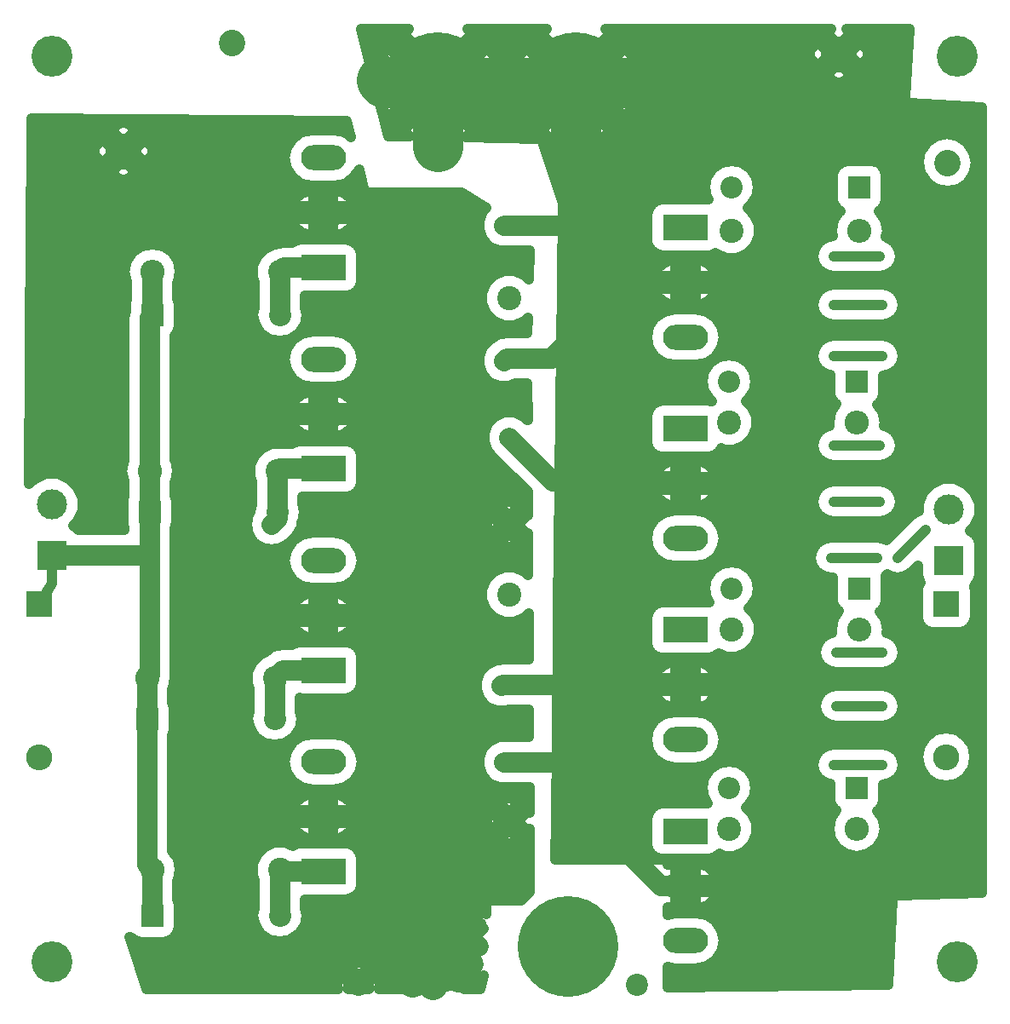
<source format=gbr>
G04 #@! TF.FileFunction,Copper,L2,Bot,Signal*
%FSLAX46Y46*%
G04 Gerber Fmt 4.6, Leading zero omitted, Abs format (unit mm)*
G04 Created by KiCad (PCBNEW 4.0.7) date 07/12/19 12:00:17*
%MOMM*%
%LPD*%
G01*
G04 APERTURE LIST*
%ADD10C,0.100000*%
%ADD11C,10.000000*%
%ADD12C,2.400000*%
%ADD13O,2.400000X2.400000*%
%ADD14R,2.200000X2.200000*%
%ADD15O,2.200000X2.200000*%
%ADD16R,4.500000X2.500000*%
%ADD17O,4.500000X2.500000*%
%ADD18R,3.000000X3.000000*%
%ADD19C,3.000000*%
%ADD20C,4.064000*%
%ADD21C,2.600000*%
%ADD22C,2.200000*%
%ADD23R,2.600000X2.600000*%
%ADD24O,2.600000X2.600000*%
%ADD25C,0.600000*%
%ADD26C,2.000000*%
%ADD27C,2.000000*%
%ADD28C,1.000000*%
%ADD29C,3.000000*%
%ADD30C,5.000000*%
G04 APERTURE END LIST*
D10*
D11*
X87884000Y-138176000D03*
D12*
X72184000Y-111760000D03*
D13*
X59484000Y-111760000D03*
D12*
X72692000Y-130810000D03*
D13*
X59992000Y-130810000D03*
D12*
X117602000Y-67310000D03*
D13*
X130302000Y-67310000D03*
D14*
X130302000Y-102870000D03*
D15*
X117602000Y-102870000D03*
D16*
X77000000Y-91000000D03*
D17*
X77000000Y-85550000D03*
X77000000Y-80100000D03*
D12*
X72438000Y-91186000D03*
D13*
X59738000Y-91186000D03*
D14*
X59992000Y-75692000D03*
D15*
X72692000Y-75692000D03*
D18*
X139192000Y-100076000D03*
D19*
X139192000Y-94996000D03*
D20*
X50000000Y-50000000D03*
X50000000Y-140000000D03*
D16*
X113000000Y-67000000D03*
D17*
X113000000Y-72450000D03*
X113000000Y-77900000D03*
D16*
X77000000Y-71000000D03*
D17*
X77000000Y-65550000D03*
X77000000Y-60100000D03*
D11*
X88392000Y-52578000D03*
X101346000Y-138430000D03*
D20*
X140000000Y-50000000D03*
X140000000Y-140000000D03*
D18*
X50038000Y-99568000D03*
D19*
X50038000Y-94488000D03*
D16*
X113000000Y-87000000D03*
D17*
X113000000Y-92450000D03*
X113000000Y-97900000D03*
D16*
X113000000Y-107000000D03*
D17*
X113000000Y-112450000D03*
X113000000Y-117900000D03*
D16*
X77000000Y-111000000D03*
D17*
X77000000Y-105550000D03*
X77000000Y-100100000D03*
D16*
X113000000Y-127000000D03*
D17*
X113000000Y-132450000D03*
X113000000Y-137900000D03*
D16*
X77000000Y-131000000D03*
D17*
X77000000Y-125550000D03*
X77000000Y-120100000D03*
D11*
X102108000Y-52578000D03*
D14*
X130302000Y-62992000D03*
D15*
X117602000Y-62992000D03*
D14*
X130048000Y-82296000D03*
D15*
X117348000Y-82296000D03*
D14*
X59738000Y-95250000D03*
D15*
X72438000Y-95250000D03*
D14*
X59484000Y-115824000D03*
D15*
X72184000Y-115824000D03*
D14*
X130048000Y-122682000D03*
D15*
X117348000Y-122682000D03*
D14*
X59992000Y-135382000D03*
D15*
X72692000Y-135382000D03*
D12*
X72692000Y-71374000D03*
D13*
X59992000Y-71374000D03*
D12*
X117348000Y-86360000D03*
D13*
X130048000Y-86360000D03*
D12*
X117602000Y-106934000D03*
D13*
X130302000Y-106934000D03*
D12*
X117348000Y-126746000D03*
D13*
X130048000Y-126746000D03*
D10*
G36*
X57150000Y-61274478D02*
X55311522Y-59436000D01*
X57150000Y-57597522D01*
X58988478Y-59436000D01*
X57150000Y-61274478D01*
X57150000Y-61274478D01*
G37*
D21*
X67926307Y-48659693D02*
X67926307Y-48659693D01*
D10*
G36*
X126431522Y-49784000D02*
X128270000Y-47945522D01*
X130108478Y-49784000D01*
X128270000Y-51622478D01*
X126431522Y-49784000D01*
X126431522Y-49784000D01*
G37*
D21*
X139046307Y-60560307D02*
X139046307Y-60560307D01*
D12*
X95504000Y-125984000D03*
X95504000Y-103484000D03*
X95504000Y-96520000D03*
X95504000Y-74020000D03*
D22*
X80518000Y-142240000D03*
X108204000Y-142240000D03*
D23*
X138938000Y-104394000D03*
D24*
X138938000Y-119634000D03*
D23*
X48768000Y-104394000D03*
D24*
X48768000Y-119634000D03*
D25*
X136906000Y-97028000D03*
X134112000Y-99822000D03*
X132080000Y-99822000D03*
X127508000Y-99822000D03*
X132588000Y-109220000D03*
X128016000Y-109220000D03*
X132334000Y-88646000D03*
X127762000Y-88646000D03*
X132334000Y-69850000D03*
X127762000Y-69850000D03*
X132588000Y-114554000D03*
X128016000Y-114554000D03*
X132588000Y-120396000D03*
X127762000Y-120396000D03*
X132334000Y-94234000D03*
X127762000Y-94234000D03*
X132588000Y-74676000D03*
X127762000Y-74676000D03*
X132588000Y-79756000D03*
X127762000Y-79756000D03*
D26*
X94996000Y-80264000D03*
X94996000Y-120142000D03*
X94742000Y-112522000D03*
X94996000Y-66802000D03*
X95504000Y-87884000D03*
D27*
X87884000Y-138176000D02*
X87884000Y-136398000D01*
X87884000Y-136398000D02*
X84328000Y-133858000D01*
X87884000Y-138176000D02*
X90932000Y-138176000D01*
X90932000Y-138176000D02*
X91948000Y-140208000D01*
X87884000Y-138176000D02*
X92202000Y-138176000D01*
X92202000Y-138176000D02*
X92456000Y-138430000D01*
D28*
X87884000Y-136398000D02*
X84582000Y-132588000D01*
X87884000Y-138176000D02*
X87884000Y-135128000D01*
X87884000Y-135128000D02*
X85344000Y-132080000D01*
X87884000Y-138176000D02*
X90424000Y-138176000D01*
X87884000Y-138176000D02*
X91694000Y-138176000D01*
X87884000Y-138176000D02*
X92202000Y-138176000D01*
X92202000Y-138176000D02*
X92710000Y-136144000D01*
X87884000Y-138176000D02*
X92456000Y-137160000D01*
X92456000Y-137160000D02*
X92964000Y-136652000D01*
D29*
X87884000Y-138176000D02*
X89662000Y-138176000D01*
X89662000Y-138176000D02*
X91694000Y-134620000D01*
X87884000Y-138176000D02*
X87884000Y-140970000D01*
X87884000Y-140970000D02*
X85852000Y-141986000D01*
X87884000Y-138176000D02*
X85344000Y-138176000D01*
X85344000Y-138176000D02*
X82550000Y-134874000D01*
X85344000Y-138176000D02*
X83058000Y-139446000D01*
X87884000Y-138176000D02*
X87884000Y-138176000D01*
X87884000Y-138176000D02*
X87884000Y-142240000D01*
X87884000Y-138176000D02*
X87884000Y-139954000D01*
X87884000Y-139954000D02*
X90424000Y-141478000D01*
X87884000Y-138176000D02*
X87884000Y-136144000D01*
X87884000Y-138176000D02*
X87884000Y-136652000D01*
X87884000Y-136652000D02*
X90424000Y-132588000D01*
X87884000Y-138176000D02*
X83058000Y-137160000D01*
X83058000Y-137160000D02*
X81788000Y-136906000D01*
X87884000Y-138176000D02*
X87376000Y-131572000D01*
D28*
X134112000Y-99822000D02*
X136906000Y-97028000D01*
X127508000Y-99822000D02*
X132080000Y-99822000D01*
X128016000Y-109220000D02*
X132588000Y-109220000D01*
X127762000Y-88646000D02*
X132334000Y-88646000D01*
X127762000Y-69850000D02*
X132334000Y-69850000D01*
X128016000Y-114554000D02*
X132588000Y-114554000D01*
X127762000Y-120396000D02*
X132588000Y-120396000D01*
X127762000Y-94234000D02*
X132334000Y-94234000D01*
X127762000Y-74676000D02*
X132588000Y-74676000D01*
X127762000Y-79756000D02*
X132588000Y-79756000D01*
X138938000Y-100330000D02*
X139192000Y-100076000D01*
X139192000Y-100076000D02*
X139192000Y-100330000D01*
D27*
X59738000Y-99568000D02*
X50038000Y-99568000D01*
X59992000Y-135382000D02*
X59992000Y-130810000D01*
X59484000Y-115824000D02*
X59484000Y-130302000D01*
X59484000Y-130302000D02*
X59992000Y-130810000D01*
X59484000Y-111760000D02*
X59484000Y-115824000D01*
X59738000Y-95250000D02*
X59738000Y-99568000D01*
X59738000Y-99568000D02*
X59738000Y-111506000D01*
X59738000Y-111506000D02*
X59484000Y-111760000D01*
X59738000Y-91186000D02*
X59738000Y-75946000D01*
X59738000Y-75946000D02*
X59992000Y-75692000D01*
X59738000Y-91186000D02*
X59738000Y-95250000D01*
X59992000Y-71374000D02*
X59992000Y-75692000D01*
D28*
X50038000Y-99568000D02*
X50038000Y-102362000D01*
X50038000Y-102362000D02*
X48768000Y-104394000D01*
D27*
X72692000Y-71374000D02*
X72692000Y-75692000D01*
X77000000Y-71000000D02*
X73066000Y-71000000D01*
X73066000Y-71000000D02*
X72692000Y-71374000D01*
X99688000Y-80010000D02*
X107248000Y-72450000D01*
X95250000Y-80010000D02*
X99688000Y-80010000D01*
X94996000Y-80264000D02*
X95250000Y-80010000D01*
X110606000Y-132450000D02*
X113000000Y-132450000D01*
X104902000Y-126746000D02*
X110606000Y-132450000D01*
X104902000Y-123952000D02*
X104902000Y-126746000D01*
X101092000Y-120142000D02*
X104902000Y-123952000D01*
X94996000Y-120142000D02*
X101092000Y-120142000D01*
X94814000Y-112450000D02*
X113000000Y-112450000D01*
X94742000Y-112522000D02*
X94814000Y-112450000D01*
X101600000Y-66802000D02*
X107248000Y-72450000D01*
X94996000Y-66802000D02*
X101600000Y-66802000D01*
X107248000Y-72450000D02*
X113000000Y-72450000D01*
X99822000Y-92202000D02*
X112752000Y-92202000D01*
X95504000Y-87884000D02*
X99822000Y-92202000D01*
X112752000Y-92202000D02*
X113000000Y-92450000D01*
D30*
X88392000Y-52578000D02*
X88392000Y-58928000D01*
X88392000Y-52578000D02*
X92202000Y-52578000D01*
X92202000Y-52578000D02*
X94996000Y-55372000D01*
X102108000Y-52578000D02*
X100330000Y-52578000D01*
X100330000Y-52578000D02*
X97536000Y-55372000D01*
X88392000Y-52578000D02*
X83058000Y-52578000D01*
X83058000Y-52578000D02*
X82804000Y-52324000D01*
X102108000Y-52578000D02*
X88392000Y-52578000D01*
X102108000Y-52578000D02*
X102108000Y-58674000D01*
X102108000Y-58674000D02*
X101854000Y-58928000D01*
X102108000Y-52578000D02*
X109982000Y-52578000D01*
D27*
X72438000Y-91186000D02*
X72438000Y-95964000D01*
X72438000Y-95964000D02*
X71882000Y-96520000D01*
X77000000Y-91000000D02*
X72624000Y-91000000D01*
X72624000Y-91000000D02*
X72438000Y-91186000D01*
X75624000Y-91000000D02*
X75438000Y-91186000D01*
X77000000Y-111000000D02*
X72944000Y-111000000D01*
X72944000Y-111000000D02*
X72184000Y-111760000D01*
X72184000Y-115824000D02*
X72184000Y-111760000D01*
X72692000Y-130810000D02*
X72692000Y-135382000D01*
X77000000Y-131000000D02*
X72882000Y-131000000D01*
X72882000Y-131000000D02*
X72692000Y-130810000D01*
X75882000Y-131000000D02*
X75692000Y-130810000D01*
D28*
G36*
X85006406Y-47778192D02*
X88392000Y-51163786D01*
X91777594Y-47778192D01*
X91319359Y-47295000D01*
X99180641Y-47295000D01*
X98722406Y-47778192D01*
X102108000Y-51163786D01*
X105493594Y-47778192D01*
X105035359Y-47295000D01*
X127494995Y-47295000D01*
X127275808Y-47514187D01*
X127275808Y-47870569D01*
X128270000Y-48864761D01*
X129264192Y-47870569D01*
X129264192Y-47514187D01*
X129045005Y-47295000D01*
X135293629Y-47295000D01*
X134882916Y-54071752D01*
X134910469Y-54268307D01*
X135012321Y-54438657D01*
X135172425Y-54555959D01*
X135350811Y-54601026D01*
X142443000Y-55044288D01*
X142443000Y-133126391D01*
X134098116Y-133358193D01*
X133904757Y-133402972D01*
X133744054Y-133519451D01*
X133641328Y-133689275D01*
X133612814Y-133829475D01*
X133131454Y-142253278D01*
X111244000Y-142499205D01*
X111244000Y-140514236D01*
X111926533Y-140650000D01*
X114073467Y-140650000D01*
X115125846Y-140440669D01*
X116018011Y-139844544D01*
X116614136Y-138952379D01*
X116823467Y-137900000D01*
X116614136Y-136847621D01*
X116018011Y-135955456D01*
X115125846Y-135359331D01*
X114073467Y-135150000D01*
X111926533Y-135150000D01*
X111244000Y-135285764D01*
X111244000Y-134531610D01*
X111646771Y-134680200D01*
X112000000Y-134456000D01*
X112000000Y-133075000D01*
X114000000Y-133075000D01*
X114000000Y-134456000D01*
X114353229Y-134680200D01*
X115179802Y-134375261D01*
X115826760Y-133777219D01*
X116045294Y-133406733D01*
X115906151Y-133075000D01*
X114000000Y-133075000D01*
X112000000Y-133075000D01*
X111980000Y-133075000D01*
X111980000Y-131825000D01*
X112000000Y-131825000D01*
X112000000Y-130444000D01*
X114000000Y-130444000D01*
X114000000Y-131825000D01*
X115906151Y-131825000D01*
X116045294Y-131493267D01*
X115826760Y-131122781D01*
X115179802Y-130524739D01*
X114353229Y-130219800D01*
X114000000Y-130444000D01*
X112000000Y-130444000D01*
X111646771Y-130219800D01*
X111244000Y-130368390D01*
X111244000Y-130302000D01*
X111204607Y-130107472D01*
X111092635Y-129943596D01*
X110925729Y-129836195D01*
X110744000Y-129802000D01*
X100073848Y-129802000D01*
X100120964Y-125750000D01*
X109220614Y-125750000D01*
X109220614Y-128250000D01*
X109325207Y-128805867D01*
X109653724Y-129316396D01*
X110154983Y-129658892D01*
X110750000Y-129779386D01*
X115250000Y-129779386D01*
X115805867Y-129674793D01*
X116316396Y-129346276D01*
X116372346Y-129264390D01*
X116808581Y-129445530D01*
X117882707Y-129446468D01*
X118875429Y-129036283D01*
X119635614Y-128277424D01*
X120047530Y-127285419D01*
X120048468Y-126211293D01*
X119638283Y-125218571D01*
X119059847Y-124639125D01*
X119237415Y-124520478D01*
X119801024Y-123676977D01*
X119998937Y-122682000D01*
X119801024Y-121687023D01*
X119237415Y-120843522D01*
X118567651Y-120396000D01*
X125762000Y-120396000D01*
X125914241Y-121161367D01*
X126347786Y-121810214D01*
X126996633Y-122243759D01*
X127418614Y-122327696D01*
X127418614Y-123782000D01*
X127523207Y-124337867D01*
X127851724Y-124848396D01*
X128007196Y-124954625D01*
X127500629Y-125712755D01*
X127295104Y-126746000D01*
X127500629Y-127779245D01*
X128085916Y-128655188D01*
X128961859Y-129240475D01*
X129995104Y-129446000D01*
X130100896Y-129446000D01*
X131134141Y-129240475D01*
X132010084Y-128655188D01*
X132595371Y-127779245D01*
X132800896Y-126746000D01*
X132595371Y-125712755D01*
X132090892Y-124957749D01*
X132214396Y-124878276D01*
X132556892Y-124377017D01*
X132677386Y-123782000D01*
X132677386Y-122378220D01*
X133353367Y-122243759D01*
X134002214Y-121810214D01*
X134435759Y-121161367D01*
X134588000Y-120396000D01*
X134435759Y-119630633D01*
X134401356Y-119579145D01*
X136138000Y-119579145D01*
X136138000Y-119688855D01*
X136351137Y-120760369D01*
X136958101Y-121668754D01*
X137866486Y-122275718D01*
X138938000Y-122488855D01*
X140009514Y-122275718D01*
X140917899Y-121668754D01*
X141524863Y-120760369D01*
X141738000Y-119688855D01*
X141738000Y-119579145D01*
X141524863Y-118507631D01*
X140917899Y-117599246D01*
X140009514Y-116992282D01*
X138938000Y-116779145D01*
X137866486Y-116992282D01*
X136958101Y-117599246D01*
X136351137Y-118507631D01*
X136138000Y-119579145D01*
X134401356Y-119579145D01*
X134002214Y-118981786D01*
X133353367Y-118548241D01*
X132588000Y-118396000D01*
X127762000Y-118396000D01*
X126996633Y-118548241D01*
X126347786Y-118981786D01*
X125914241Y-119630633D01*
X125762000Y-120396000D01*
X118567651Y-120396000D01*
X118393914Y-120279913D01*
X117398937Y-120082000D01*
X117297063Y-120082000D01*
X116302086Y-120279913D01*
X115458585Y-120843522D01*
X114894976Y-121687023D01*
X114697063Y-122682000D01*
X114894976Y-123676977D01*
X115259509Y-124222540D01*
X115250000Y-124220614D01*
X110750000Y-124220614D01*
X110194133Y-124325207D01*
X109683604Y-124653724D01*
X109341108Y-125154983D01*
X109220614Y-125750000D01*
X100120964Y-125750000D01*
X100212243Y-117900000D01*
X109176533Y-117900000D01*
X109385864Y-118952379D01*
X109981989Y-119844544D01*
X110874154Y-120440669D01*
X111926533Y-120650000D01*
X114073467Y-120650000D01*
X115125846Y-120440669D01*
X116018011Y-119844544D01*
X116614136Y-118952379D01*
X116823467Y-117900000D01*
X116614136Y-116847621D01*
X116018011Y-115955456D01*
X115125846Y-115359331D01*
X114073467Y-115150000D01*
X111926533Y-115150000D01*
X110874154Y-115359331D01*
X109981989Y-115955456D01*
X109385864Y-116847621D01*
X109176533Y-117900000D01*
X100212243Y-117900000D01*
X100264489Y-113406733D01*
X109954706Y-113406733D01*
X110173240Y-113777219D01*
X110820198Y-114375261D01*
X111646771Y-114680200D01*
X112000000Y-114456000D01*
X112000000Y-113075000D01*
X114000000Y-113075000D01*
X114000000Y-114456000D01*
X114353229Y-114680200D01*
X114695308Y-114554000D01*
X126016000Y-114554000D01*
X126168241Y-115319367D01*
X126601786Y-115968214D01*
X127250633Y-116401759D01*
X128016000Y-116554000D01*
X132588000Y-116554000D01*
X133353367Y-116401759D01*
X134002214Y-115968214D01*
X134435759Y-115319367D01*
X134588000Y-114554000D01*
X134435759Y-113788633D01*
X134002214Y-113139786D01*
X133353367Y-112706241D01*
X132588000Y-112554000D01*
X128016000Y-112554000D01*
X127250633Y-112706241D01*
X126601786Y-113139786D01*
X126168241Y-113788633D01*
X126016000Y-114554000D01*
X114695308Y-114554000D01*
X115179802Y-114375261D01*
X115826760Y-113777219D01*
X116045294Y-113406733D01*
X115906151Y-113075000D01*
X114000000Y-113075000D01*
X112000000Y-113075000D01*
X110093849Y-113075000D01*
X109954706Y-113406733D01*
X100264489Y-113406733D01*
X100286738Y-111493267D01*
X109954706Y-111493267D01*
X110093849Y-111825000D01*
X112000000Y-111825000D01*
X112000000Y-110444000D01*
X114000000Y-110444000D01*
X114000000Y-111825000D01*
X115906151Y-111825000D01*
X116045294Y-111493267D01*
X115826760Y-111122781D01*
X115179802Y-110524739D01*
X114353229Y-110219800D01*
X114000000Y-110444000D01*
X112000000Y-110444000D01*
X111646771Y-110219800D01*
X110820198Y-110524739D01*
X110173240Y-111122781D01*
X109954706Y-111493267D01*
X100286738Y-111493267D01*
X100353521Y-105750000D01*
X109220614Y-105750000D01*
X109220614Y-108250000D01*
X109325207Y-108805867D01*
X109653724Y-109316396D01*
X110154983Y-109658892D01*
X110750000Y-109779386D01*
X115250000Y-109779386D01*
X115805867Y-109674793D01*
X116316396Y-109346276D01*
X116328419Y-109328680D01*
X117062581Y-109633530D01*
X118136707Y-109634468D01*
X119129429Y-109224283D01*
X119889614Y-108465424D01*
X120301530Y-107473419D01*
X120302468Y-106399293D01*
X119892283Y-105406571D01*
X119313847Y-104827125D01*
X119491415Y-104708478D01*
X120055024Y-103864977D01*
X120252937Y-102870000D01*
X120055024Y-101875023D01*
X119491415Y-101031522D01*
X118647914Y-100467913D01*
X117652937Y-100270000D01*
X117551063Y-100270000D01*
X116556086Y-100467913D01*
X115712585Y-101031522D01*
X115148976Y-101875023D01*
X114951063Y-102870000D01*
X115148976Y-103864977D01*
X115407981Y-104252606D01*
X115250000Y-104220614D01*
X110750000Y-104220614D01*
X110194133Y-104325207D01*
X109683604Y-104653724D01*
X109341108Y-105154983D01*
X109220614Y-105750000D01*
X100353521Y-105750000D01*
X100444801Y-97900000D01*
X109176533Y-97900000D01*
X109385864Y-98952379D01*
X109981989Y-99844544D01*
X110874154Y-100440669D01*
X111926533Y-100650000D01*
X114073467Y-100650000D01*
X115125846Y-100440669D01*
X116018011Y-99844544D01*
X116033074Y-99822000D01*
X125508000Y-99822000D01*
X125660241Y-100587367D01*
X126093786Y-101236214D01*
X126742633Y-101669759D01*
X127508000Y-101822000D01*
X127672614Y-101822000D01*
X127672614Y-103970000D01*
X127777207Y-104525867D01*
X128105724Y-105036396D01*
X128261196Y-105142625D01*
X127754629Y-105900755D01*
X127549104Y-106934000D01*
X127621598Y-107298451D01*
X127250633Y-107372241D01*
X126601786Y-107805786D01*
X126168241Y-108454633D01*
X126016000Y-109220000D01*
X126168241Y-109985367D01*
X126601786Y-110634214D01*
X127250633Y-111067759D01*
X128016000Y-111220000D01*
X132588000Y-111220000D01*
X133353367Y-111067759D01*
X134002214Y-110634214D01*
X134435759Y-109985367D01*
X134588000Y-109220000D01*
X134435759Y-108454633D01*
X134002214Y-107805786D01*
X133353367Y-107372241D01*
X132982402Y-107298451D01*
X133054896Y-106934000D01*
X132849371Y-105900755D01*
X132344892Y-105145749D01*
X132468396Y-105066276D01*
X132810892Y-104565017D01*
X132931386Y-103970000D01*
X132931386Y-101770000D01*
X132905024Y-101629898D01*
X133096000Y-101502292D01*
X133346633Y-101669759D01*
X134112000Y-101822001D01*
X134877367Y-101669759D01*
X135526214Y-101236214D01*
X136162614Y-100599814D01*
X136162614Y-101576000D01*
X136267207Y-102131867D01*
X136370388Y-102292214D01*
X136229108Y-102498983D01*
X136108614Y-103094000D01*
X136108614Y-105694000D01*
X136213207Y-106249867D01*
X136541724Y-106760396D01*
X137042983Y-107102892D01*
X137638000Y-107223386D01*
X140238000Y-107223386D01*
X140793867Y-107118793D01*
X141304396Y-106790276D01*
X141646892Y-106289017D01*
X141767386Y-105694000D01*
X141767386Y-103094000D01*
X141695633Y-102712663D01*
X141758396Y-102672276D01*
X142100892Y-102171017D01*
X142221386Y-101576000D01*
X142221386Y-98576000D01*
X142116793Y-98020133D01*
X141788276Y-97509604D01*
X141287017Y-97167108D01*
X141267422Y-97163140D01*
X141733793Y-96697582D01*
X142191478Y-95595355D01*
X142192519Y-94401881D01*
X141736759Y-93298857D01*
X140893582Y-92454207D01*
X139791355Y-91996522D01*
X138597881Y-91995481D01*
X137494857Y-92451241D01*
X136650207Y-93294418D01*
X136192522Y-94396645D01*
X136191847Y-95170054D01*
X136140633Y-95180241D01*
X135491787Y-95613786D01*
X133016790Y-98088782D01*
X132845367Y-97974241D01*
X132080000Y-97822000D01*
X127508000Y-97822000D01*
X126742633Y-97974241D01*
X126093786Y-98407786D01*
X125660241Y-99056633D01*
X125508000Y-99822000D01*
X116033074Y-99822000D01*
X116614136Y-98952379D01*
X116823467Y-97900000D01*
X116614136Y-96847621D01*
X116018011Y-95955456D01*
X115125846Y-95359331D01*
X114073467Y-95150000D01*
X111926533Y-95150000D01*
X110874154Y-95359331D01*
X109981989Y-95955456D01*
X109385864Y-96847621D01*
X109176533Y-97900000D01*
X100444801Y-97900000D01*
X100497047Y-93406733D01*
X109954706Y-93406733D01*
X110173240Y-93777219D01*
X110820198Y-94375261D01*
X111646771Y-94680200D01*
X112000000Y-94456000D01*
X112000000Y-93075000D01*
X114000000Y-93075000D01*
X114000000Y-94456000D01*
X114353229Y-94680200D01*
X115179802Y-94375261D01*
X115332617Y-94234000D01*
X125762000Y-94234000D01*
X125914241Y-94999367D01*
X126347786Y-95648214D01*
X126996633Y-96081759D01*
X127762000Y-96234000D01*
X132334000Y-96234000D01*
X133099367Y-96081759D01*
X133748214Y-95648214D01*
X134181759Y-94999367D01*
X134334000Y-94234000D01*
X134181759Y-93468633D01*
X133748214Y-92819786D01*
X133099367Y-92386241D01*
X132334000Y-92234000D01*
X127762000Y-92234000D01*
X126996633Y-92386241D01*
X126347786Y-92819786D01*
X125914241Y-93468633D01*
X125762000Y-94234000D01*
X115332617Y-94234000D01*
X115826760Y-93777219D01*
X116045294Y-93406733D01*
X115906151Y-93075000D01*
X114000000Y-93075000D01*
X112000000Y-93075000D01*
X110093849Y-93075000D01*
X109954706Y-93406733D01*
X100497047Y-93406733D01*
X100519296Y-91493267D01*
X109954706Y-91493267D01*
X110093849Y-91825000D01*
X112000000Y-91825000D01*
X112000000Y-90444000D01*
X114000000Y-90444000D01*
X114000000Y-91825000D01*
X115906151Y-91825000D01*
X116045294Y-91493267D01*
X115826760Y-91122781D01*
X115179802Y-90524739D01*
X114353229Y-90219800D01*
X114000000Y-90444000D01*
X112000000Y-90444000D01*
X111646771Y-90219800D01*
X110820198Y-90524739D01*
X110173240Y-91122781D01*
X109954706Y-91493267D01*
X100519296Y-91493267D01*
X100586079Y-85750000D01*
X109220614Y-85750000D01*
X109220614Y-88250000D01*
X109325207Y-88805867D01*
X109653724Y-89316396D01*
X110154983Y-89658892D01*
X110750000Y-89779386D01*
X115250000Y-89779386D01*
X115805867Y-89674793D01*
X116316396Y-89346276D01*
X116577799Y-88963701D01*
X116808581Y-89059530D01*
X117882707Y-89060468D01*
X118875429Y-88650283D01*
X119635614Y-87891424D01*
X120047530Y-86899419D01*
X120048468Y-85825293D01*
X119638283Y-84832571D01*
X119059847Y-84253125D01*
X119237415Y-84134478D01*
X119801024Y-83290977D01*
X119998937Y-82296000D01*
X119801024Y-81301023D01*
X119237415Y-80457522D01*
X118393914Y-79893913D01*
X117700578Y-79756000D01*
X125762000Y-79756000D01*
X125914241Y-80521367D01*
X126347786Y-81170214D01*
X126996633Y-81603759D01*
X127418614Y-81687696D01*
X127418614Y-83396000D01*
X127523207Y-83951867D01*
X127851724Y-84462396D01*
X128007196Y-84568625D01*
X127500629Y-85326755D01*
X127295104Y-86360000D01*
X127367598Y-86724451D01*
X126996633Y-86798241D01*
X126347786Y-87231786D01*
X125914241Y-87880633D01*
X125762000Y-88646000D01*
X125914241Y-89411367D01*
X126347786Y-90060214D01*
X126996633Y-90493759D01*
X127762000Y-90646000D01*
X132334000Y-90646000D01*
X133099367Y-90493759D01*
X133748214Y-90060214D01*
X134181759Y-89411367D01*
X134334000Y-88646000D01*
X134181759Y-87880633D01*
X133748214Y-87231786D01*
X133099367Y-86798241D01*
X132728402Y-86724451D01*
X132800896Y-86360000D01*
X132595371Y-85326755D01*
X132090892Y-84571749D01*
X132214396Y-84492276D01*
X132556892Y-83991017D01*
X132677386Y-83396000D01*
X132677386Y-81738220D01*
X133353367Y-81603759D01*
X134002214Y-81170214D01*
X134435759Y-80521367D01*
X134588000Y-79756000D01*
X134435759Y-78990633D01*
X134002214Y-78341786D01*
X133353367Y-77908241D01*
X132588000Y-77756000D01*
X127762000Y-77756000D01*
X126996633Y-77908241D01*
X126347786Y-78341786D01*
X125914241Y-78990633D01*
X125762000Y-79756000D01*
X117700578Y-79756000D01*
X117398937Y-79696000D01*
X117297063Y-79696000D01*
X116302086Y-79893913D01*
X115458585Y-80457522D01*
X114894976Y-81301023D01*
X114697063Y-82296000D01*
X114894976Y-83290977D01*
X115458585Y-84134478D01*
X115636566Y-84253401D01*
X115598678Y-84291223D01*
X115250000Y-84220614D01*
X110750000Y-84220614D01*
X110194133Y-84325207D01*
X109683604Y-84653724D01*
X109341108Y-85154983D01*
X109220614Y-85750000D01*
X100586079Y-85750000D01*
X100677359Y-77900000D01*
X109176533Y-77900000D01*
X109385864Y-78952379D01*
X109981989Y-79844544D01*
X110874154Y-80440669D01*
X111926533Y-80650000D01*
X114073467Y-80650000D01*
X115125846Y-80440669D01*
X116018011Y-79844544D01*
X116614136Y-78952379D01*
X116823467Y-77900000D01*
X116614136Y-76847621D01*
X116018011Y-75955456D01*
X115125846Y-75359331D01*
X114073467Y-75150000D01*
X111926533Y-75150000D01*
X110874154Y-75359331D01*
X109981989Y-75955456D01*
X109385864Y-76847621D01*
X109176533Y-77900000D01*
X100677359Y-77900000D01*
X100729606Y-73406733D01*
X109954706Y-73406733D01*
X110173240Y-73777219D01*
X110820198Y-74375261D01*
X111646771Y-74680200D01*
X112000000Y-74456000D01*
X112000000Y-73075000D01*
X114000000Y-73075000D01*
X114000000Y-74456000D01*
X114353229Y-74680200D01*
X114364613Y-74676000D01*
X125762000Y-74676000D01*
X125914241Y-75441367D01*
X126347786Y-76090214D01*
X126996633Y-76523759D01*
X127762000Y-76676000D01*
X132588000Y-76676000D01*
X133353367Y-76523759D01*
X134002214Y-76090214D01*
X134435759Y-75441367D01*
X134588000Y-74676000D01*
X134435759Y-73910633D01*
X134002214Y-73261786D01*
X133353367Y-72828241D01*
X132588000Y-72676000D01*
X127762000Y-72676000D01*
X126996633Y-72828241D01*
X126347786Y-73261786D01*
X125914241Y-73910633D01*
X125762000Y-74676000D01*
X114364613Y-74676000D01*
X115179802Y-74375261D01*
X115826760Y-73777219D01*
X116045294Y-73406733D01*
X115906151Y-73075000D01*
X114000000Y-73075000D01*
X112000000Y-73075000D01*
X110093849Y-73075000D01*
X109954706Y-73406733D01*
X100729606Y-73406733D01*
X100751855Y-71493267D01*
X109954706Y-71493267D01*
X110093849Y-71825000D01*
X112000000Y-71825000D01*
X112000000Y-70444000D01*
X114000000Y-70444000D01*
X114000000Y-71825000D01*
X115906151Y-71825000D01*
X116045294Y-71493267D01*
X115826760Y-71122781D01*
X115179802Y-70524739D01*
X114353229Y-70219800D01*
X114000000Y-70444000D01*
X112000000Y-70444000D01*
X111646771Y-70219800D01*
X110820198Y-70524739D01*
X110173240Y-71122781D01*
X109954706Y-71493267D01*
X100751855Y-71493267D01*
X100818638Y-65750000D01*
X109220614Y-65750000D01*
X109220614Y-68250000D01*
X109325207Y-68805867D01*
X109653724Y-69316396D01*
X110154983Y-69658892D01*
X110750000Y-69779386D01*
X115250000Y-69779386D01*
X115805867Y-69674793D01*
X116013954Y-69540893D01*
X116070576Y-69597614D01*
X117062581Y-70009530D01*
X118136707Y-70010468D01*
X118525068Y-69850000D01*
X125762000Y-69850000D01*
X125914241Y-70615367D01*
X126347786Y-71264214D01*
X126996633Y-71697759D01*
X127762000Y-71850000D01*
X132334000Y-71850000D01*
X133099367Y-71697759D01*
X133748214Y-71264214D01*
X134181759Y-70615367D01*
X134334000Y-69850000D01*
X134181759Y-69084633D01*
X133748214Y-68435786D01*
X133099367Y-68002241D01*
X132924134Y-67967385D01*
X133054896Y-67310000D01*
X132849371Y-66276755D01*
X132264084Y-65400812D01*
X132202281Y-65359517D01*
X132468396Y-65188276D01*
X132810892Y-64687017D01*
X132931386Y-64092000D01*
X132931386Y-61892000D01*
X132826793Y-61336133D01*
X132498276Y-60825604D01*
X132053234Y-60521519D01*
X136207519Y-60521519D01*
X136420656Y-61593033D01*
X137027620Y-62501418D01*
X137105196Y-62578994D01*
X138013581Y-63185958D01*
X139085095Y-63399095D01*
X140156609Y-63185958D01*
X141064994Y-62578994D01*
X141671958Y-61670609D01*
X141885095Y-60599095D01*
X141671958Y-59527581D01*
X141064994Y-58619196D01*
X140987418Y-58541620D01*
X140079033Y-57934656D01*
X139007519Y-57721519D01*
X137936005Y-57934656D01*
X137027620Y-58541620D01*
X136420656Y-59450005D01*
X136207519Y-60521519D01*
X132053234Y-60521519D01*
X131997017Y-60483108D01*
X131402000Y-60362614D01*
X129202000Y-60362614D01*
X128646133Y-60467207D01*
X128135604Y-60795724D01*
X127793108Y-61296983D01*
X127672614Y-61892000D01*
X127672614Y-64092000D01*
X127777207Y-64647867D01*
X128105724Y-65158396D01*
X128400887Y-65360072D01*
X128339916Y-65400812D01*
X127754629Y-66276755D01*
X127549104Y-67310000D01*
X127660531Y-67870183D01*
X126996633Y-68002241D01*
X126347786Y-68435786D01*
X125914241Y-69084633D01*
X125762000Y-69850000D01*
X118525068Y-69850000D01*
X119129429Y-69600283D01*
X119889614Y-68841424D01*
X120301530Y-67849419D01*
X120302468Y-66775293D01*
X119892283Y-65782571D01*
X119161745Y-65050756D01*
X119491415Y-64830478D01*
X120055024Y-63986977D01*
X120252937Y-62992000D01*
X120055024Y-61997023D01*
X119491415Y-61153522D01*
X118647914Y-60589913D01*
X117652937Y-60392000D01*
X117551063Y-60392000D01*
X116556086Y-60589913D01*
X115712585Y-61153522D01*
X115148976Y-61997023D01*
X114951063Y-62992000D01*
X115148976Y-63986977D01*
X115313707Y-64233515D01*
X115250000Y-64220614D01*
X110750000Y-64220614D01*
X110194133Y-64325207D01*
X109683604Y-64653724D01*
X109341108Y-65154983D01*
X109220614Y-65750000D01*
X100818638Y-65750000D01*
X100829966Y-64775814D01*
X100804342Y-64611886D01*
X98772342Y-58515886D01*
X98673455Y-58343798D01*
X98515407Y-58223740D01*
X98306332Y-58174069D01*
X91135797Y-58054560D01*
X91777594Y-57377808D01*
X98722406Y-57377808D01*
X99364719Y-58055104D01*
X101669536Y-58687992D01*
X104041105Y-58390690D01*
X104851281Y-58055104D01*
X105493594Y-57377808D01*
X102108000Y-53992214D01*
X98722406Y-57377808D01*
X91777594Y-57377808D01*
X88392000Y-53992214D01*
X85006406Y-57377808D01*
X85560075Y-57961632D01*
X83450004Y-57926464D01*
X82621823Y-54613741D01*
X82914896Y-55321281D01*
X83592192Y-55963594D01*
X86977786Y-52578000D01*
X89806214Y-52578000D01*
X93191808Y-55963594D01*
X93869104Y-55321281D01*
X94501992Y-53016464D01*
X94392060Y-52139536D01*
X95998008Y-52139536D01*
X96295310Y-54511105D01*
X96630896Y-55321281D01*
X97308192Y-55963594D01*
X100693786Y-52578000D01*
X103522214Y-52578000D01*
X106907808Y-55963594D01*
X107585104Y-55321281D01*
X108217992Y-53016464D01*
X108052637Y-51697431D01*
X127275808Y-51697431D01*
X127275808Y-52053813D01*
X127699014Y-52477019D01*
X128069496Y-52630477D01*
X128470504Y-52630477D01*
X128840987Y-52477018D01*
X129264192Y-52053813D01*
X129264192Y-51697431D01*
X128270000Y-50703239D01*
X127275808Y-51697431D01*
X108052637Y-51697431D01*
X107920690Y-50644895D01*
X107585104Y-49834719D01*
X107320199Y-49583496D01*
X125423523Y-49583496D01*
X125423523Y-49984504D01*
X125576981Y-50354986D01*
X126000187Y-50778192D01*
X126356569Y-50778192D01*
X127350761Y-49784000D01*
X129189239Y-49784000D01*
X130183431Y-50778192D01*
X130539813Y-50778192D01*
X130963018Y-50354987D01*
X131116477Y-49984504D01*
X131116477Y-49583496D01*
X130963019Y-49213014D01*
X130539813Y-48789808D01*
X130183431Y-48789808D01*
X129189239Y-49784000D01*
X127350761Y-49784000D01*
X126356569Y-48789808D01*
X126000187Y-48789808D01*
X125576982Y-49213013D01*
X125423523Y-49583496D01*
X107320199Y-49583496D01*
X106907808Y-49192406D01*
X103522214Y-52578000D01*
X100693786Y-52578000D01*
X97308192Y-49192406D01*
X96630896Y-49834719D01*
X95998008Y-52139536D01*
X94392060Y-52139536D01*
X94204690Y-50644895D01*
X93869104Y-49834719D01*
X93191808Y-49192406D01*
X89806214Y-52578000D01*
X86977786Y-52578000D01*
X83592192Y-49192406D01*
X82914896Y-49834719D01*
X82282008Y-52139536D01*
X82562358Y-54375881D01*
X80792138Y-47295000D01*
X85464641Y-47295000D01*
X85006406Y-47778192D01*
X85006406Y-47778192D01*
G37*
X85006406Y-47778192D02*
X88392000Y-51163786D01*
X91777594Y-47778192D01*
X91319359Y-47295000D01*
X99180641Y-47295000D01*
X98722406Y-47778192D01*
X102108000Y-51163786D01*
X105493594Y-47778192D01*
X105035359Y-47295000D01*
X127494995Y-47295000D01*
X127275808Y-47514187D01*
X127275808Y-47870569D01*
X128270000Y-48864761D01*
X129264192Y-47870569D01*
X129264192Y-47514187D01*
X129045005Y-47295000D01*
X135293629Y-47295000D01*
X134882916Y-54071752D01*
X134910469Y-54268307D01*
X135012321Y-54438657D01*
X135172425Y-54555959D01*
X135350811Y-54601026D01*
X142443000Y-55044288D01*
X142443000Y-133126391D01*
X134098116Y-133358193D01*
X133904757Y-133402972D01*
X133744054Y-133519451D01*
X133641328Y-133689275D01*
X133612814Y-133829475D01*
X133131454Y-142253278D01*
X111244000Y-142499205D01*
X111244000Y-140514236D01*
X111926533Y-140650000D01*
X114073467Y-140650000D01*
X115125846Y-140440669D01*
X116018011Y-139844544D01*
X116614136Y-138952379D01*
X116823467Y-137900000D01*
X116614136Y-136847621D01*
X116018011Y-135955456D01*
X115125846Y-135359331D01*
X114073467Y-135150000D01*
X111926533Y-135150000D01*
X111244000Y-135285764D01*
X111244000Y-134531610D01*
X111646771Y-134680200D01*
X112000000Y-134456000D01*
X112000000Y-133075000D01*
X114000000Y-133075000D01*
X114000000Y-134456000D01*
X114353229Y-134680200D01*
X115179802Y-134375261D01*
X115826760Y-133777219D01*
X116045294Y-133406733D01*
X115906151Y-133075000D01*
X114000000Y-133075000D01*
X112000000Y-133075000D01*
X111980000Y-133075000D01*
X111980000Y-131825000D01*
X112000000Y-131825000D01*
X112000000Y-130444000D01*
X114000000Y-130444000D01*
X114000000Y-131825000D01*
X115906151Y-131825000D01*
X116045294Y-131493267D01*
X115826760Y-131122781D01*
X115179802Y-130524739D01*
X114353229Y-130219800D01*
X114000000Y-130444000D01*
X112000000Y-130444000D01*
X111646771Y-130219800D01*
X111244000Y-130368390D01*
X111244000Y-130302000D01*
X111204607Y-130107472D01*
X111092635Y-129943596D01*
X110925729Y-129836195D01*
X110744000Y-129802000D01*
X100073848Y-129802000D01*
X100120964Y-125750000D01*
X109220614Y-125750000D01*
X109220614Y-128250000D01*
X109325207Y-128805867D01*
X109653724Y-129316396D01*
X110154983Y-129658892D01*
X110750000Y-129779386D01*
X115250000Y-129779386D01*
X115805867Y-129674793D01*
X116316396Y-129346276D01*
X116372346Y-129264390D01*
X116808581Y-129445530D01*
X117882707Y-129446468D01*
X118875429Y-129036283D01*
X119635614Y-128277424D01*
X120047530Y-127285419D01*
X120048468Y-126211293D01*
X119638283Y-125218571D01*
X119059847Y-124639125D01*
X119237415Y-124520478D01*
X119801024Y-123676977D01*
X119998937Y-122682000D01*
X119801024Y-121687023D01*
X119237415Y-120843522D01*
X118567651Y-120396000D01*
X125762000Y-120396000D01*
X125914241Y-121161367D01*
X126347786Y-121810214D01*
X126996633Y-122243759D01*
X127418614Y-122327696D01*
X127418614Y-123782000D01*
X127523207Y-124337867D01*
X127851724Y-124848396D01*
X128007196Y-124954625D01*
X127500629Y-125712755D01*
X127295104Y-126746000D01*
X127500629Y-127779245D01*
X128085916Y-128655188D01*
X128961859Y-129240475D01*
X129995104Y-129446000D01*
X130100896Y-129446000D01*
X131134141Y-129240475D01*
X132010084Y-128655188D01*
X132595371Y-127779245D01*
X132800896Y-126746000D01*
X132595371Y-125712755D01*
X132090892Y-124957749D01*
X132214396Y-124878276D01*
X132556892Y-124377017D01*
X132677386Y-123782000D01*
X132677386Y-122378220D01*
X133353367Y-122243759D01*
X134002214Y-121810214D01*
X134435759Y-121161367D01*
X134588000Y-120396000D01*
X134435759Y-119630633D01*
X134401356Y-119579145D01*
X136138000Y-119579145D01*
X136138000Y-119688855D01*
X136351137Y-120760369D01*
X136958101Y-121668754D01*
X137866486Y-122275718D01*
X138938000Y-122488855D01*
X140009514Y-122275718D01*
X140917899Y-121668754D01*
X141524863Y-120760369D01*
X141738000Y-119688855D01*
X141738000Y-119579145D01*
X141524863Y-118507631D01*
X140917899Y-117599246D01*
X140009514Y-116992282D01*
X138938000Y-116779145D01*
X137866486Y-116992282D01*
X136958101Y-117599246D01*
X136351137Y-118507631D01*
X136138000Y-119579145D01*
X134401356Y-119579145D01*
X134002214Y-118981786D01*
X133353367Y-118548241D01*
X132588000Y-118396000D01*
X127762000Y-118396000D01*
X126996633Y-118548241D01*
X126347786Y-118981786D01*
X125914241Y-119630633D01*
X125762000Y-120396000D01*
X118567651Y-120396000D01*
X118393914Y-120279913D01*
X117398937Y-120082000D01*
X117297063Y-120082000D01*
X116302086Y-120279913D01*
X115458585Y-120843522D01*
X114894976Y-121687023D01*
X114697063Y-122682000D01*
X114894976Y-123676977D01*
X115259509Y-124222540D01*
X115250000Y-124220614D01*
X110750000Y-124220614D01*
X110194133Y-124325207D01*
X109683604Y-124653724D01*
X109341108Y-125154983D01*
X109220614Y-125750000D01*
X100120964Y-125750000D01*
X100212243Y-117900000D01*
X109176533Y-117900000D01*
X109385864Y-118952379D01*
X109981989Y-119844544D01*
X110874154Y-120440669D01*
X111926533Y-120650000D01*
X114073467Y-120650000D01*
X115125846Y-120440669D01*
X116018011Y-119844544D01*
X116614136Y-118952379D01*
X116823467Y-117900000D01*
X116614136Y-116847621D01*
X116018011Y-115955456D01*
X115125846Y-115359331D01*
X114073467Y-115150000D01*
X111926533Y-115150000D01*
X110874154Y-115359331D01*
X109981989Y-115955456D01*
X109385864Y-116847621D01*
X109176533Y-117900000D01*
X100212243Y-117900000D01*
X100264489Y-113406733D01*
X109954706Y-113406733D01*
X110173240Y-113777219D01*
X110820198Y-114375261D01*
X111646771Y-114680200D01*
X112000000Y-114456000D01*
X112000000Y-113075000D01*
X114000000Y-113075000D01*
X114000000Y-114456000D01*
X114353229Y-114680200D01*
X114695308Y-114554000D01*
X126016000Y-114554000D01*
X126168241Y-115319367D01*
X126601786Y-115968214D01*
X127250633Y-116401759D01*
X128016000Y-116554000D01*
X132588000Y-116554000D01*
X133353367Y-116401759D01*
X134002214Y-115968214D01*
X134435759Y-115319367D01*
X134588000Y-114554000D01*
X134435759Y-113788633D01*
X134002214Y-113139786D01*
X133353367Y-112706241D01*
X132588000Y-112554000D01*
X128016000Y-112554000D01*
X127250633Y-112706241D01*
X126601786Y-113139786D01*
X126168241Y-113788633D01*
X126016000Y-114554000D01*
X114695308Y-114554000D01*
X115179802Y-114375261D01*
X115826760Y-113777219D01*
X116045294Y-113406733D01*
X115906151Y-113075000D01*
X114000000Y-113075000D01*
X112000000Y-113075000D01*
X110093849Y-113075000D01*
X109954706Y-113406733D01*
X100264489Y-113406733D01*
X100286738Y-111493267D01*
X109954706Y-111493267D01*
X110093849Y-111825000D01*
X112000000Y-111825000D01*
X112000000Y-110444000D01*
X114000000Y-110444000D01*
X114000000Y-111825000D01*
X115906151Y-111825000D01*
X116045294Y-111493267D01*
X115826760Y-111122781D01*
X115179802Y-110524739D01*
X114353229Y-110219800D01*
X114000000Y-110444000D01*
X112000000Y-110444000D01*
X111646771Y-110219800D01*
X110820198Y-110524739D01*
X110173240Y-111122781D01*
X109954706Y-111493267D01*
X100286738Y-111493267D01*
X100353521Y-105750000D01*
X109220614Y-105750000D01*
X109220614Y-108250000D01*
X109325207Y-108805867D01*
X109653724Y-109316396D01*
X110154983Y-109658892D01*
X110750000Y-109779386D01*
X115250000Y-109779386D01*
X115805867Y-109674793D01*
X116316396Y-109346276D01*
X116328419Y-109328680D01*
X117062581Y-109633530D01*
X118136707Y-109634468D01*
X119129429Y-109224283D01*
X119889614Y-108465424D01*
X120301530Y-107473419D01*
X120302468Y-106399293D01*
X119892283Y-105406571D01*
X119313847Y-104827125D01*
X119491415Y-104708478D01*
X120055024Y-103864977D01*
X120252937Y-102870000D01*
X120055024Y-101875023D01*
X119491415Y-101031522D01*
X118647914Y-100467913D01*
X117652937Y-100270000D01*
X117551063Y-100270000D01*
X116556086Y-100467913D01*
X115712585Y-101031522D01*
X115148976Y-101875023D01*
X114951063Y-102870000D01*
X115148976Y-103864977D01*
X115407981Y-104252606D01*
X115250000Y-104220614D01*
X110750000Y-104220614D01*
X110194133Y-104325207D01*
X109683604Y-104653724D01*
X109341108Y-105154983D01*
X109220614Y-105750000D01*
X100353521Y-105750000D01*
X100444801Y-97900000D01*
X109176533Y-97900000D01*
X109385864Y-98952379D01*
X109981989Y-99844544D01*
X110874154Y-100440669D01*
X111926533Y-100650000D01*
X114073467Y-100650000D01*
X115125846Y-100440669D01*
X116018011Y-99844544D01*
X116033074Y-99822000D01*
X125508000Y-99822000D01*
X125660241Y-100587367D01*
X126093786Y-101236214D01*
X126742633Y-101669759D01*
X127508000Y-101822000D01*
X127672614Y-101822000D01*
X127672614Y-103970000D01*
X127777207Y-104525867D01*
X128105724Y-105036396D01*
X128261196Y-105142625D01*
X127754629Y-105900755D01*
X127549104Y-106934000D01*
X127621598Y-107298451D01*
X127250633Y-107372241D01*
X126601786Y-107805786D01*
X126168241Y-108454633D01*
X126016000Y-109220000D01*
X126168241Y-109985367D01*
X126601786Y-110634214D01*
X127250633Y-111067759D01*
X128016000Y-111220000D01*
X132588000Y-111220000D01*
X133353367Y-111067759D01*
X134002214Y-110634214D01*
X134435759Y-109985367D01*
X134588000Y-109220000D01*
X134435759Y-108454633D01*
X134002214Y-107805786D01*
X133353367Y-107372241D01*
X132982402Y-107298451D01*
X133054896Y-106934000D01*
X132849371Y-105900755D01*
X132344892Y-105145749D01*
X132468396Y-105066276D01*
X132810892Y-104565017D01*
X132931386Y-103970000D01*
X132931386Y-101770000D01*
X132905024Y-101629898D01*
X133096000Y-101502292D01*
X133346633Y-101669759D01*
X134112000Y-101822001D01*
X134877367Y-101669759D01*
X135526214Y-101236214D01*
X136162614Y-100599814D01*
X136162614Y-101576000D01*
X136267207Y-102131867D01*
X136370388Y-102292214D01*
X136229108Y-102498983D01*
X136108614Y-103094000D01*
X136108614Y-105694000D01*
X136213207Y-106249867D01*
X136541724Y-106760396D01*
X137042983Y-107102892D01*
X137638000Y-107223386D01*
X140238000Y-107223386D01*
X140793867Y-107118793D01*
X141304396Y-106790276D01*
X141646892Y-106289017D01*
X141767386Y-105694000D01*
X141767386Y-103094000D01*
X141695633Y-102712663D01*
X141758396Y-102672276D01*
X142100892Y-102171017D01*
X142221386Y-101576000D01*
X142221386Y-98576000D01*
X142116793Y-98020133D01*
X141788276Y-97509604D01*
X141287017Y-97167108D01*
X141267422Y-97163140D01*
X141733793Y-96697582D01*
X142191478Y-95595355D01*
X142192519Y-94401881D01*
X141736759Y-93298857D01*
X140893582Y-92454207D01*
X139791355Y-91996522D01*
X138597881Y-91995481D01*
X137494857Y-92451241D01*
X136650207Y-93294418D01*
X136192522Y-94396645D01*
X136191847Y-95170054D01*
X136140633Y-95180241D01*
X135491787Y-95613786D01*
X133016790Y-98088782D01*
X132845367Y-97974241D01*
X132080000Y-97822000D01*
X127508000Y-97822000D01*
X126742633Y-97974241D01*
X126093786Y-98407786D01*
X125660241Y-99056633D01*
X125508000Y-99822000D01*
X116033074Y-99822000D01*
X116614136Y-98952379D01*
X116823467Y-97900000D01*
X116614136Y-96847621D01*
X116018011Y-95955456D01*
X115125846Y-95359331D01*
X114073467Y-95150000D01*
X111926533Y-95150000D01*
X110874154Y-95359331D01*
X109981989Y-95955456D01*
X109385864Y-96847621D01*
X109176533Y-97900000D01*
X100444801Y-97900000D01*
X100497047Y-93406733D01*
X109954706Y-93406733D01*
X110173240Y-93777219D01*
X110820198Y-94375261D01*
X111646771Y-94680200D01*
X112000000Y-94456000D01*
X112000000Y-93075000D01*
X114000000Y-93075000D01*
X114000000Y-94456000D01*
X114353229Y-94680200D01*
X115179802Y-94375261D01*
X115332617Y-94234000D01*
X125762000Y-94234000D01*
X125914241Y-94999367D01*
X126347786Y-95648214D01*
X126996633Y-96081759D01*
X127762000Y-96234000D01*
X132334000Y-96234000D01*
X133099367Y-96081759D01*
X133748214Y-95648214D01*
X134181759Y-94999367D01*
X134334000Y-94234000D01*
X134181759Y-93468633D01*
X133748214Y-92819786D01*
X133099367Y-92386241D01*
X132334000Y-92234000D01*
X127762000Y-92234000D01*
X126996633Y-92386241D01*
X126347786Y-92819786D01*
X125914241Y-93468633D01*
X125762000Y-94234000D01*
X115332617Y-94234000D01*
X115826760Y-93777219D01*
X116045294Y-93406733D01*
X115906151Y-93075000D01*
X114000000Y-93075000D01*
X112000000Y-93075000D01*
X110093849Y-93075000D01*
X109954706Y-93406733D01*
X100497047Y-93406733D01*
X100519296Y-91493267D01*
X109954706Y-91493267D01*
X110093849Y-91825000D01*
X112000000Y-91825000D01*
X112000000Y-90444000D01*
X114000000Y-90444000D01*
X114000000Y-91825000D01*
X115906151Y-91825000D01*
X116045294Y-91493267D01*
X115826760Y-91122781D01*
X115179802Y-90524739D01*
X114353229Y-90219800D01*
X114000000Y-90444000D01*
X112000000Y-90444000D01*
X111646771Y-90219800D01*
X110820198Y-90524739D01*
X110173240Y-91122781D01*
X109954706Y-91493267D01*
X100519296Y-91493267D01*
X100586079Y-85750000D01*
X109220614Y-85750000D01*
X109220614Y-88250000D01*
X109325207Y-88805867D01*
X109653724Y-89316396D01*
X110154983Y-89658892D01*
X110750000Y-89779386D01*
X115250000Y-89779386D01*
X115805867Y-89674793D01*
X116316396Y-89346276D01*
X116577799Y-88963701D01*
X116808581Y-89059530D01*
X117882707Y-89060468D01*
X118875429Y-88650283D01*
X119635614Y-87891424D01*
X120047530Y-86899419D01*
X120048468Y-85825293D01*
X119638283Y-84832571D01*
X119059847Y-84253125D01*
X119237415Y-84134478D01*
X119801024Y-83290977D01*
X119998937Y-82296000D01*
X119801024Y-81301023D01*
X119237415Y-80457522D01*
X118393914Y-79893913D01*
X117700578Y-79756000D01*
X125762000Y-79756000D01*
X125914241Y-80521367D01*
X126347786Y-81170214D01*
X126996633Y-81603759D01*
X127418614Y-81687696D01*
X127418614Y-83396000D01*
X127523207Y-83951867D01*
X127851724Y-84462396D01*
X128007196Y-84568625D01*
X127500629Y-85326755D01*
X127295104Y-86360000D01*
X127367598Y-86724451D01*
X126996633Y-86798241D01*
X126347786Y-87231786D01*
X125914241Y-87880633D01*
X125762000Y-88646000D01*
X125914241Y-89411367D01*
X126347786Y-90060214D01*
X126996633Y-90493759D01*
X127762000Y-90646000D01*
X132334000Y-90646000D01*
X133099367Y-90493759D01*
X133748214Y-90060214D01*
X134181759Y-89411367D01*
X134334000Y-88646000D01*
X134181759Y-87880633D01*
X133748214Y-87231786D01*
X133099367Y-86798241D01*
X132728402Y-86724451D01*
X132800896Y-86360000D01*
X132595371Y-85326755D01*
X132090892Y-84571749D01*
X132214396Y-84492276D01*
X132556892Y-83991017D01*
X132677386Y-83396000D01*
X132677386Y-81738220D01*
X133353367Y-81603759D01*
X134002214Y-81170214D01*
X134435759Y-80521367D01*
X134588000Y-79756000D01*
X134435759Y-78990633D01*
X134002214Y-78341786D01*
X133353367Y-77908241D01*
X132588000Y-77756000D01*
X127762000Y-77756000D01*
X126996633Y-77908241D01*
X126347786Y-78341786D01*
X125914241Y-78990633D01*
X125762000Y-79756000D01*
X117700578Y-79756000D01*
X117398937Y-79696000D01*
X117297063Y-79696000D01*
X116302086Y-79893913D01*
X115458585Y-80457522D01*
X114894976Y-81301023D01*
X114697063Y-82296000D01*
X114894976Y-83290977D01*
X115458585Y-84134478D01*
X115636566Y-84253401D01*
X115598678Y-84291223D01*
X115250000Y-84220614D01*
X110750000Y-84220614D01*
X110194133Y-84325207D01*
X109683604Y-84653724D01*
X109341108Y-85154983D01*
X109220614Y-85750000D01*
X100586079Y-85750000D01*
X100677359Y-77900000D01*
X109176533Y-77900000D01*
X109385864Y-78952379D01*
X109981989Y-79844544D01*
X110874154Y-80440669D01*
X111926533Y-80650000D01*
X114073467Y-80650000D01*
X115125846Y-80440669D01*
X116018011Y-79844544D01*
X116614136Y-78952379D01*
X116823467Y-77900000D01*
X116614136Y-76847621D01*
X116018011Y-75955456D01*
X115125846Y-75359331D01*
X114073467Y-75150000D01*
X111926533Y-75150000D01*
X110874154Y-75359331D01*
X109981989Y-75955456D01*
X109385864Y-76847621D01*
X109176533Y-77900000D01*
X100677359Y-77900000D01*
X100729606Y-73406733D01*
X109954706Y-73406733D01*
X110173240Y-73777219D01*
X110820198Y-74375261D01*
X111646771Y-74680200D01*
X112000000Y-74456000D01*
X112000000Y-73075000D01*
X114000000Y-73075000D01*
X114000000Y-74456000D01*
X114353229Y-74680200D01*
X114364613Y-74676000D01*
X125762000Y-74676000D01*
X125914241Y-75441367D01*
X126347786Y-76090214D01*
X126996633Y-76523759D01*
X127762000Y-76676000D01*
X132588000Y-76676000D01*
X133353367Y-76523759D01*
X134002214Y-76090214D01*
X134435759Y-75441367D01*
X134588000Y-74676000D01*
X134435759Y-73910633D01*
X134002214Y-73261786D01*
X133353367Y-72828241D01*
X132588000Y-72676000D01*
X127762000Y-72676000D01*
X126996633Y-72828241D01*
X126347786Y-73261786D01*
X125914241Y-73910633D01*
X125762000Y-74676000D01*
X114364613Y-74676000D01*
X115179802Y-74375261D01*
X115826760Y-73777219D01*
X116045294Y-73406733D01*
X115906151Y-73075000D01*
X114000000Y-73075000D01*
X112000000Y-73075000D01*
X110093849Y-73075000D01*
X109954706Y-73406733D01*
X100729606Y-73406733D01*
X100751855Y-71493267D01*
X109954706Y-71493267D01*
X110093849Y-71825000D01*
X112000000Y-71825000D01*
X112000000Y-70444000D01*
X114000000Y-70444000D01*
X114000000Y-71825000D01*
X115906151Y-71825000D01*
X116045294Y-71493267D01*
X115826760Y-71122781D01*
X115179802Y-70524739D01*
X114353229Y-70219800D01*
X114000000Y-70444000D01*
X112000000Y-70444000D01*
X111646771Y-70219800D01*
X110820198Y-70524739D01*
X110173240Y-71122781D01*
X109954706Y-71493267D01*
X100751855Y-71493267D01*
X100818638Y-65750000D01*
X109220614Y-65750000D01*
X109220614Y-68250000D01*
X109325207Y-68805867D01*
X109653724Y-69316396D01*
X110154983Y-69658892D01*
X110750000Y-69779386D01*
X115250000Y-69779386D01*
X115805867Y-69674793D01*
X116013954Y-69540893D01*
X116070576Y-69597614D01*
X117062581Y-70009530D01*
X118136707Y-70010468D01*
X118525068Y-69850000D01*
X125762000Y-69850000D01*
X125914241Y-70615367D01*
X126347786Y-71264214D01*
X126996633Y-71697759D01*
X127762000Y-71850000D01*
X132334000Y-71850000D01*
X133099367Y-71697759D01*
X133748214Y-71264214D01*
X134181759Y-70615367D01*
X134334000Y-69850000D01*
X134181759Y-69084633D01*
X133748214Y-68435786D01*
X133099367Y-68002241D01*
X132924134Y-67967385D01*
X133054896Y-67310000D01*
X132849371Y-66276755D01*
X132264084Y-65400812D01*
X132202281Y-65359517D01*
X132468396Y-65188276D01*
X132810892Y-64687017D01*
X132931386Y-64092000D01*
X132931386Y-61892000D01*
X132826793Y-61336133D01*
X132498276Y-60825604D01*
X132053234Y-60521519D01*
X136207519Y-60521519D01*
X136420656Y-61593033D01*
X137027620Y-62501418D01*
X137105196Y-62578994D01*
X138013581Y-63185958D01*
X139085095Y-63399095D01*
X140156609Y-63185958D01*
X141064994Y-62578994D01*
X141671958Y-61670609D01*
X141885095Y-60599095D01*
X141671958Y-59527581D01*
X141064994Y-58619196D01*
X140987418Y-58541620D01*
X140079033Y-57934656D01*
X139007519Y-57721519D01*
X137936005Y-57934656D01*
X137027620Y-58541620D01*
X136420656Y-59450005D01*
X136207519Y-60521519D01*
X132053234Y-60521519D01*
X131997017Y-60483108D01*
X131402000Y-60362614D01*
X129202000Y-60362614D01*
X128646133Y-60467207D01*
X128135604Y-60795724D01*
X127793108Y-61296983D01*
X127672614Y-61892000D01*
X127672614Y-64092000D01*
X127777207Y-64647867D01*
X128105724Y-65158396D01*
X128400887Y-65360072D01*
X128339916Y-65400812D01*
X127754629Y-66276755D01*
X127549104Y-67310000D01*
X127660531Y-67870183D01*
X126996633Y-68002241D01*
X126347786Y-68435786D01*
X125914241Y-69084633D01*
X125762000Y-69850000D01*
X118525068Y-69850000D01*
X119129429Y-69600283D01*
X119889614Y-68841424D01*
X120301530Y-67849419D01*
X120302468Y-66775293D01*
X119892283Y-65782571D01*
X119161745Y-65050756D01*
X119491415Y-64830478D01*
X120055024Y-63986977D01*
X120252937Y-62992000D01*
X120055024Y-61997023D01*
X119491415Y-61153522D01*
X118647914Y-60589913D01*
X117652937Y-60392000D01*
X117551063Y-60392000D01*
X116556086Y-60589913D01*
X115712585Y-61153522D01*
X115148976Y-61997023D01*
X114951063Y-62992000D01*
X115148976Y-63986977D01*
X115313707Y-64233515D01*
X115250000Y-64220614D01*
X110750000Y-64220614D01*
X110194133Y-64325207D01*
X109683604Y-64653724D01*
X109341108Y-65154983D01*
X109220614Y-65750000D01*
X100818638Y-65750000D01*
X100829966Y-64775814D01*
X100804342Y-64611886D01*
X98772342Y-58515886D01*
X98673455Y-58343798D01*
X98515407Y-58223740D01*
X98306332Y-58174069D01*
X91135797Y-58054560D01*
X91777594Y-57377808D01*
X98722406Y-57377808D01*
X99364719Y-58055104D01*
X101669536Y-58687992D01*
X104041105Y-58390690D01*
X104851281Y-58055104D01*
X105493594Y-57377808D01*
X102108000Y-53992214D01*
X98722406Y-57377808D01*
X91777594Y-57377808D01*
X88392000Y-53992214D01*
X85006406Y-57377808D01*
X85560075Y-57961632D01*
X83450004Y-57926464D01*
X82621823Y-54613741D01*
X82914896Y-55321281D01*
X83592192Y-55963594D01*
X86977786Y-52578000D01*
X89806214Y-52578000D01*
X93191808Y-55963594D01*
X93869104Y-55321281D01*
X94501992Y-53016464D01*
X94392060Y-52139536D01*
X95998008Y-52139536D01*
X96295310Y-54511105D01*
X96630896Y-55321281D01*
X97308192Y-55963594D01*
X100693786Y-52578000D01*
X103522214Y-52578000D01*
X106907808Y-55963594D01*
X107585104Y-55321281D01*
X108217992Y-53016464D01*
X108052637Y-51697431D01*
X127275808Y-51697431D01*
X127275808Y-52053813D01*
X127699014Y-52477019D01*
X128069496Y-52630477D01*
X128470504Y-52630477D01*
X128840987Y-52477018D01*
X129264192Y-52053813D01*
X129264192Y-51697431D01*
X128270000Y-50703239D01*
X127275808Y-51697431D01*
X108052637Y-51697431D01*
X107920690Y-50644895D01*
X107585104Y-49834719D01*
X107320199Y-49583496D01*
X125423523Y-49583496D01*
X125423523Y-49984504D01*
X125576981Y-50354986D01*
X126000187Y-50778192D01*
X126356569Y-50778192D01*
X127350761Y-49784000D01*
X129189239Y-49784000D01*
X130183431Y-50778192D01*
X130539813Y-50778192D01*
X130963018Y-50354987D01*
X131116477Y-49984504D01*
X131116477Y-49583496D01*
X130963019Y-49213014D01*
X130539813Y-48789808D01*
X130183431Y-48789808D01*
X129189239Y-49784000D01*
X127350761Y-49784000D01*
X126356569Y-48789808D01*
X126000187Y-48789808D01*
X125576982Y-49213013D01*
X125423523Y-49583496D01*
X107320199Y-49583496D01*
X106907808Y-49192406D01*
X103522214Y-52578000D01*
X100693786Y-52578000D01*
X97308192Y-49192406D01*
X96630896Y-49834719D01*
X95998008Y-52139536D01*
X94392060Y-52139536D01*
X94204690Y-50644895D01*
X93869104Y-49834719D01*
X93191808Y-49192406D01*
X89806214Y-52578000D01*
X86977786Y-52578000D01*
X83592192Y-49192406D01*
X82914896Y-49834719D01*
X82282008Y-52139536D01*
X82562358Y-54375881D01*
X80792138Y-47295000D01*
X85464641Y-47295000D01*
X85006406Y-47778192D01*
G36*
X79364846Y-56376936D02*
X79767655Y-57988174D01*
X79125846Y-57559331D01*
X78073467Y-57350000D01*
X75926533Y-57350000D01*
X74874154Y-57559331D01*
X73981989Y-58155456D01*
X73385864Y-59047621D01*
X73176533Y-60100000D01*
X73385864Y-61152379D01*
X73981989Y-62044544D01*
X74874154Y-62640669D01*
X75926533Y-62850000D01*
X78073467Y-62850000D01*
X79125846Y-62640669D01*
X80018011Y-62044544D01*
X80573799Y-61212748D01*
X81048929Y-63113268D01*
X81134325Y-63292434D01*
X81282700Y-63424259D01*
X81534000Y-63492000D01*
X90780612Y-63492000D01*
X93174468Y-65087904D01*
X92877839Y-65384015D01*
X92496435Y-66302538D01*
X92495567Y-67297099D01*
X92875367Y-68216286D01*
X93578015Y-68920161D01*
X94496538Y-69301565D01*
X95491099Y-69302433D01*
X95492147Y-69302000D01*
X97531170Y-69302000D01*
X97454147Y-72151841D01*
X97035424Y-71732386D01*
X96043419Y-71320470D01*
X94969293Y-71319532D01*
X93976571Y-71729717D01*
X93216386Y-72488576D01*
X92804470Y-73480581D01*
X92803532Y-74554707D01*
X93213717Y-75547429D01*
X93972576Y-76307614D01*
X94964581Y-76719530D01*
X96038707Y-76720468D01*
X97031429Y-76310283D01*
X97350361Y-75991907D01*
X97309331Y-77510000D01*
X95250000Y-77510000D01*
X94293291Y-77700301D01*
X93708759Y-78090873D01*
X93581714Y-78143367D01*
X93483571Y-78241339D01*
X93482233Y-78242233D01*
X93228916Y-78495550D01*
X92877839Y-78846015D01*
X92496435Y-79764538D01*
X92495567Y-80759099D01*
X92875367Y-81678286D01*
X93578015Y-82382161D01*
X94496538Y-82763565D01*
X95491099Y-82764433D01*
X96106874Y-82510000D01*
X97309352Y-82510000D01*
X97325915Y-86170381D01*
X97272450Y-86116916D01*
X96921985Y-85765839D01*
X96003462Y-85384435D01*
X95008901Y-85383567D01*
X94089714Y-85763367D01*
X93385839Y-86466015D01*
X93004435Y-87384538D01*
X93003567Y-88379099D01*
X93383367Y-89298286D01*
X94086015Y-90002161D01*
X94087062Y-90002596D01*
X97358056Y-93273590D01*
X97368730Y-95632560D01*
X97276787Y-95595741D01*
X96352528Y-96520000D01*
X97276787Y-97444259D01*
X97376747Y-97404230D01*
X97395538Y-101557129D01*
X97035424Y-101196386D01*
X96043419Y-100784470D01*
X94969293Y-100783532D01*
X93976571Y-101193717D01*
X93216386Y-101952576D01*
X92804470Y-102944581D01*
X92803532Y-104018707D01*
X93213717Y-105011429D01*
X93972576Y-105771614D01*
X94964581Y-106183530D01*
X96038707Y-106184468D01*
X97031429Y-105774283D01*
X97412897Y-105393480D01*
X97433515Y-109950000D01*
X94814000Y-109950000D01*
X94453302Y-110021747D01*
X94246901Y-110021567D01*
X94054461Y-110101081D01*
X93857291Y-110140301D01*
X93691599Y-110251013D01*
X93327714Y-110401367D01*
X93046610Y-110681981D01*
X93046233Y-110682233D01*
X92974916Y-110753550D01*
X92623839Y-111104015D01*
X92242435Y-112022538D01*
X92241567Y-113017099D01*
X92621367Y-113936286D01*
X93324015Y-114640161D01*
X94242538Y-115021565D01*
X95237099Y-115022433D01*
X95412400Y-114950000D01*
X97456139Y-114950000D01*
X97468320Y-117642000D01*
X94997036Y-117642000D01*
X94500901Y-117641567D01*
X93581714Y-118021367D01*
X92877839Y-118724015D01*
X92496435Y-119642538D01*
X92495567Y-120637099D01*
X92875367Y-121556286D01*
X93578015Y-122260161D01*
X94496538Y-122641565D01*
X95491099Y-122642433D01*
X95492147Y-122642000D01*
X97490945Y-122642000D01*
X97502293Y-125150045D01*
X97276787Y-125059741D01*
X96352528Y-125984000D01*
X97276787Y-126908259D01*
X97509827Y-126814938D01*
X97538026Y-133046957D01*
X96717552Y-133866000D01*
X93726000Y-133866000D01*
X93531472Y-133905393D01*
X93367596Y-134017365D01*
X93260195Y-134184271D01*
X93226343Y-134347494D01*
X93192086Y-135272431D01*
X92683808Y-134790406D01*
X89298214Y-138176000D01*
X92683808Y-141561594D01*
X92938445Y-141320109D01*
X92632470Y-142697000D01*
X90990786Y-142697000D01*
X87884000Y-139590214D01*
X84777214Y-142697000D01*
X82578066Y-142697000D01*
X82666722Y-142190234D01*
X82522205Y-141463697D01*
X82190894Y-141344923D01*
X81295817Y-142240000D01*
X81628158Y-142572341D01*
X81503498Y-142697000D01*
X79532502Y-142697000D01*
X79407843Y-142572341D01*
X79740183Y-142240000D01*
X78845106Y-141344923D01*
X78513795Y-141463697D01*
X78369278Y-142289766D01*
X78450282Y-142697000D01*
X59444487Y-142697000D01*
X58755404Y-140567106D01*
X79622923Y-140567106D01*
X80518000Y-141462183D01*
X81413077Y-140567106D01*
X81294303Y-140235795D01*
X80468234Y-140091278D01*
X79741697Y-140235795D01*
X79622923Y-140567106D01*
X58755404Y-140567106D01*
X57761611Y-137495383D01*
X57795724Y-137548396D01*
X58296983Y-137890892D01*
X58892000Y-138011386D01*
X61092000Y-138011386D01*
X61647867Y-137906793D01*
X62158396Y-137578276D01*
X62500892Y-137077017D01*
X62621386Y-136482000D01*
X62621386Y-134282000D01*
X62516793Y-133726133D01*
X62492000Y-133687604D01*
X62492000Y-131914141D01*
X62539371Y-131843245D01*
X62638536Y-131344707D01*
X69991532Y-131344707D01*
X70192000Y-131829876D01*
X70192000Y-134623188D01*
X70041063Y-135382000D01*
X70238976Y-136376977D01*
X70802585Y-137220478D01*
X71646086Y-137784087D01*
X72641063Y-137982000D01*
X72742937Y-137982000D01*
X73737914Y-137784087D01*
X73807582Y-137737536D01*
X81774008Y-137737536D01*
X82071310Y-140109105D01*
X82406896Y-140919281D01*
X83084192Y-141561594D01*
X86469786Y-138176000D01*
X83084192Y-134790406D01*
X82406896Y-135432719D01*
X81774008Y-137737536D01*
X73807582Y-137737536D01*
X74581415Y-137220478D01*
X75145024Y-136376977D01*
X75342937Y-135382000D01*
X75192000Y-134623188D01*
X75192000Y-133779386D01*
X79250000Y-133779386D01*
X79805867Y-133674793D01*
X80269905Y-133376192D01*
X84498406Y-133376192D01*
X87884000Y-136761786D01*
X91269594Y-133376192D01*
X90627281Y-132698896D01*
X88322464Y-132066008D01*
X85950895Y-132363310D01*
X85140719Y-132698896D01*
X84498406Y-133376192D01*
X80269905Y-133376192D01*
X80316396Y-133346276D01*
X80658892Y-132845017D01*
X80779386Y-132250000D01*
X80779386Y-129750000D01*
X80674793Y-129194133D01*
X80346276Y-128683604D01*
X79845017Y-128341108D01*
X79250000Y-128220614D01*
X74750000Y-128220614D01*
X74194133Y-128325207D01*
X74019378Y-128437659D01*
X73231419Y-128110470D01*
X72157293Y-128109532D01*
X71164571Y-128519717D01*
X70404386Y-129278576D01*
X69992470Y-130270581D01*
X69991532Y-131344707D01*
X62638536Y-131344707D01*
X62744896Y-130810000D01*
X62539371Y-129776755D01*
X61984000Y-128945584D01*
X61984000Y-126506733D01*
X73954706Y-126506733D01*
X74173240Y-126877219D01*
X74820198Y-127475261D01*
X75646771Y-127780200D01*
X76000000Y-127556000D01*
X76000000Y-126175000D01*
X78000000Y-126175000D01*
X78000000Y-127556000D01*
X78353229Y-127780200D01*
X78416692Y-127756787D01*
X94579741Y-127756787D01*
X94714017Y-128092100D01*
X95580886Y-128233944D01*
X96293983Y-128092100D01*
X96428259Y-127756787D01*
X95504000Y-126832528D01*
X94579741Y-127756787D01*
X78416692Y-127756787D01*
X79179802Y-127475261D01*
X79826760Y-126877219D01*
X80045294Y-126506733D01*
X79906151Y-126175000D01*
X78000000Y-126175000D01*
X76000000Y-126175000D01*
X74093849Y-126175000D01*
X73954706Y-126506733D01*
X61984000Y-126506733D01*
X61984000Y-126060886D01*
X93254056Y-126060886D01*
X93395900Y-126773983D01*
X93731213Y-126908259D01*
X94655472Y-125984000D01*
X93731213Y-125059741D01*
X93395900Y-125194017D01*
X93254056Y-126060886D01*
X61984000Y-126060886D01*
X61984000Y-124593267D01*
X73954706Y-124593267D01*
X74093849Y-124925000D01*
X76000000Y-124925000D01*
X76000000Y-123544000D01*
X78000000Y-123544000D01*
X78000000Y-124925000D01*
X79906151Y-124925000D01*
X80045294Y-124593267D01*
X79826760Y-124222781D01*
X79814246Y-124211213D01*
X94579741Y-124211213D01*
X95504000Y-125135472D01*
X96428259Y-124211213D01*
X96293983Y-123875900D01*
X95427114Y-123734056D01*
X94714017Y-123875900D01*
X94579741Y-124211213D01*
X79814246Y-124211213D01*
X79179802Y-123624739D01*
X78353229Y-123319800D01*
X78000000Y-123544000D01*
X76000000Y-123544000D01*
X75646771Y-123319800D01*
X74820198Y-123624739D01*
X74173240Y-124222781D01*
X73954706Y-124593267D01*
X61984000Y-124593267D01*
X61984000Y-120100000D01*
X73176533Y-120100000D01*
X73385864Y-121152379D01*
X73981989Y-122044544D01*
X74874154Y-122640669D01*
X75926533Y-122850000D01*
X78073467Y-122850000D01*
X79125846Y-122640669D01*
X80018011Y-122044544D01*
X80614136Y-121152379D01*
X80823467Y-120100000D01*
X80614136Y-119047621D01*
X80018011Y-118155456D01*
X79125846Y-117559331D01*
X78073467Y-117350000D01*
X75926533Y-117350000D01*
X74874154Y-117559331D01*
X73981989Y-118155456D01*
X73385864Y-119047621D01*
X73176533Y-120100000D01*
X61984000Y-120100000D01*
X61984000Y-117532031D01*
X61992892Y-117519017D01*
X62113386Y-116924000D01*
X62113386Y-114724000D01*
X62008793Y-114168133D01*
X61984000Y-114129604D01*
X61984000Y-112864141D01*
X62031371Y-112793245D01*
X62130536Y-112294707D01*
X69483532Y-112294707D01*
X69684000Y-112779876D01*
X69684000Y-115065188D01*
X69533063Y-115824000D01*
X69730976Y-116818977D01*
X70294585Y-117662478D01*
X71138086Y-118226087D01*
X72133063Y-118424000D01*
X72234937Y-118424000D01*
X73229914Y-118226087D01*
X74073415Y-117662478D01*
X74637024Y-116818977D01*
X74834937Y-115824000D01*
X74684000Y-115065188D01*
X74684000Y-113766021D01*
X74750000Y-113779386D01*
X79250000Y-113779386D01*
X79805867Y-113674793D01*
X80316396Y-113346276D01*
X80658892Y-112845017D01*
X80779386Y-112250000D01*
X80779386Y-109750000D01*
X80674793Y-109194133D01*
X80346276Y-108683604D01*
X79845017Y-108341108D01*
X79250000Y-108220614D01*
X74750000Y-108220614D01*
X74194133Y-108325207D01*
X73922497Y-108500000D01*
X72944000Y-108500000D01*
X71987291Y-108690301D01*
X71176233Y-109232233D01*
X71137441Y-109271025D01*
X70656571Y-109469717D01*
X69896386Y-110228576D01*
X69484470Y-111220581D01*
X69483532Y-112294707D01*
X62130536Y-112294707D01*
X62236896Y-111760000D01*
X62212186Y-111635775D01*
X62238000Y-111506000D01*
X62238000Y-106506733D01*
X73954706Y-106506733D01*
X74173240Y-106877219D01*
X74820198Y-107475261D01*
X75646771Y-107780200D01*
X76000000Y-107556000D01*
X76000000Y-106175000D01*
X78000000Y-106175000D01*
X78000000Y-107556000D01*
X78353229Y-107780200D01*
X79179802Y-107475261D01*
X79826760Y-106877219D01*
X80045294Y-106506733D01*
X79906151Y-106175000D01*
X78000000Y-106175000D01*
X76000000Y-106175000D01*
X74093849Y-106175000D01*
X73954706Y-106506733D01*
X62238000Y-106506733D01*
X62238000Y-104593267D01*
X73954706Y-104593267D01*
X74093849Y-104925000D01*
X76000000Y-104925000D01*
X76000000Y-103544000D01*
X78000000Y-103544000D01*
X78000000Y-104925000D01*
X79906151Y-104925000D01*
X80045294Y-104593267D01*
X79826760Y-104222781D01*
X79179802Y-103624739D01*
X78353229Y-103319800D01*
X78000000Y-103544000D01*
X76000000Y-103544000D01*
X75646771Y-103319800D01*
X74820198Y-103624739D01*
X74173240Y-104222781D01*
X73954706Y-104593267D01*
X62238000Y-104593267D01*
X62238000Y-100100000D01*
X73176533Y-100100000D01*
X73385864Y-101152379D01*
X73981989Y-102044544D01*
X74874154Y-102640669D01*
X75926533Y-102850000D01*
X78073467Y-102850000D01*
X79125846Y-102640669D01*
X80018011Y-102044544D01*
X80614136Y-101152379D01*
X80823467Y-100100000D01*
X80614136Y-99047621D01*
X80109773Y-98292787D01*
X94579741Y-98292787D01*
X94714017Y-98628100D01*
X95580886Y-98769944D01*
X96293983Y-98628100D01*
X96428259Y-98292787D01*
X95504000Y-97368528D01*
X94579741Y-98292787D01*
X80109773Y-98292787D01*
X80018011Y-98155456D01*
X79125846Y-97559331D01*
X78073467Y-97350000D01*
X75926533Y-97350000D01*
X74874154Y-97559331D01*
X73981989Y-98155456D01*
X73385864Y-99047621D01*
X73176533Y-100100000D01*
X62238000Y-100100000D01*
X62238000Y-96958031D01*
X62246892Y-96945017D01*
X62332960Y-96520000D01*
X69382000Y-96520000D01*
X69572301Y-97476708D01*
X70114233Y-98287767D01*
X70925292Y-98829699D01*
X71882000Y-99020000D01*
X72838708Y-98829699D01*
X73649767Y-98287767D01*
X74205767Y-97731767D01*
X74213468Y-97720241D01*
X74747699Y-96920709D01*
X74812111Y-96596886D01*
X93254056Y-96596886D01*
X93395900Y-97309983D01*
X93731213Y-97444259D01*
X94655472Y-96520000D01*
X93731213Y-95595741D01*
X93395900Y-95730017D01*
X93254056Y-96596886D01*
X74812111Y-96596886D01*
X74878332Y-96263972D01*
X74891024Y-96244977D01*
X75088937Y-95250000D01*
X74988927Y-94747213D01*
X94579741Y-94747213D01*
X95504000Y-95671472D01*
X96428259Y-94747213D01*
X96293983Y-94411900D01*
X95427114Y-94270056D01*
X94714017Y-94411900D01*
X94579741Y-94747213D01*
X74988927Y-94747213D01*
X74938000Y-94491188D01*
X74938000Y-93779386D01*
X79250000Y-93779386D01*
X79805867Y-93674793D01*
X80316396Y-93346276D01*
X80658892Y-92845017D01*
X80779386Y-92250000D01*
X80779386Y-89750000D01*
X80674793Y-89194133D01*
X80346276Y-88683604D01*
X79845017Y-88341108D01*
X79250000Y-88220614D01*
X74750000Y-88220614D01*
X74194133Y-88325207D01*
X73922497Y-88500000D01*
X73010003Y-88500000D01*
X72977419Y-88486470D01*
X71903293Y-88485532D01*
X70910571Y-88895717D01*
X70150386Y-89654576D01*
X69738470Y-90646581D01*
X69737532Y-91720707D01*
X69938000Y-92205876D01*
X69938000Y-94491188D01*
X69789363Y-95238435D01*
X69572301Y-95563292D01*
X69382000Y-96520000D01*
X62332960Y-96520000D01*
X62367386Y-96350000D01*
X62367386Y-94150000D01*
X62262793Y-93594133D01*
X62238000Y-93555604D01*
X62238000Y-92290141D01*
X62285371Y-92219245D01*
X62490896Y-91186000D01*
X62285371Y-90152755D01*
X62238000Y-90081859D01*
X62238000Y-86506733D01*
X73954706Y-86506733D01*
X74173240Y-86877219D01*
X74820198Y-87475261D01*
X75646771Y-87780200D01*
X76000000Y-87556000D01*
X76000000Y-86175000D01*
X78000000Y-86175000D01*
X78000000Y-87556000D01*
X78353229Y-87780200D01*
X79179802Y-87475261D01*
X79826760Y-86877219D01*
X80045294Y-86506733D01*
X79906151Y-86175000D01*
X78000000Y-86175000D01*
X76000000Y-86175000D01*
X74093849Y-86175000D01*
X73954706Y-86506733D01*
X62238000Y-86506733D01*
X62238000Y-84593267D01*
X73954706Y-84593267D01*
X74093849Y-84925000D01*
X76000000Y-84925000D01*
X76000000Y-83544000D01*
X78000000Y-83544000D01*
X78000000Y-84925000D01*
X79906151Y-84925000D01*
X80045294Y-84593267D01*
X79826760Y-84222781D01*
X79179802Y-83624739D01*
X78353229Y-83319800D01*
X78000000Y-83544000D01*
X76000000Y-83544000D01*
X75646771Y-83319800D01*
X74820198Y-83624739D01*
X74173240Y-84222781D01*
X73954706Y-84593267D01*
X62238000Y-84593267D01*
X62238000Y-80100000D01*
X73176533Y-80100000D01*
X73385864Y-81152379D01*
X73981989Y-82044544D01*
X74874154Y-82640669D01*
X75926533Y-82850000D01*
X78073467Y-82850000D01*
X79125846Y-82640669D01*
X80018011Y-82044544D01*
X80614136Y-81152379D01*
X80823467Y-80100000D01*
X80614136Y-79047621D01*
X80018011Y-78155456D01*
X79125846Y-77559331D01*
X78073467Y-77350000D01*
X75926533Y-77350000D01*
X74874154Y-77559331D01*
X73981989Y-78155456D01*
X73385864Y-79047621D01*
X73176533Y-80100000D01*
X62238000Y-80100000D01*
X62238000Y-77771772D01*
X62500892Y-77387017D01*
X62621386Y-76792000D01*
X62621386Y-74592000D01*
X62516793Y-74036133D01*
X62492000Y-73997604D01*
X62492000Y-72478141D01*
X62539371Y-72407245D01*
X62638536Y-71908707D01*
X69991532Y-71908707D01*
X70192000Y-72393876D01*
X70192000Y-74933188D01*
X70041063Y-75692000D01*
X70238976Y-76686977D01*
X70802585Y-77530478D01*
X71646086Y-78094087D01*
X72641063Y-78292000D01*
X72742937Y-78292000D01*
X73737914Y-78094087D01*
X74581415Y-77530478D01*
X75145024Y-76686977D01*
X75342937Y-75692000D01*
X75192000Y-74933188D01*
X75192000Y-73779386D01*
X79250000Y-73779386D01*
X79805867Y-73674793D01*
X80316396Y-73346276D01*
X80658892Y-72845017D01*
X80779386Y-72250000D01*
X80779386Y-69750000D01*
X80674793Y-69194133D01*
X80346276Y-68683604D01*
X79845017Y-68341108D01*
X79250000Y-68220614D01*
X74750000Y-68220614D01*
X74194133Y-68325207D01*
X73922497Y-68500000D01*
X73066000Y-68500000D01*
X72193436Y-68673564D01*
X72157293Y-68673532D01*
X72123595Y-68687456D01*
X72109291Y-68690301D01*
X72097271Y-68698333D01*
X71164571Y-69083717D01*
X70404386Y-69842576D01*
X69992470Y-70834581D01*
X69991532Y-71908707D01*
X62638536Y-71908707D01*
X62744896Y-71374000D01*
X62539371Y-70340755D01*
X61954084Y-69464812D01*
X61078141Y-68879525D01*
X60044896Y-68674000D01*
X59939104Y-68674000D01*
X58905859Y-68879525D01*
X58029916Y-69464812D01*
X57444629Y-70340755D01*
X57239104Y-71374000D01*
X57444629Y-72407245D01*
X57492000Y-72478141D01*
X57492000Y-73983969D01*
X57483108Y-73996983D01*
X57362614Y-74592000D01*
X57362614Y-75319522D01*
X57238000Y-75946000D01*
X57238000Y-90081859D01*
X57190629Y-90152755D01*
X56985104Y-91186000D01*
X57190629Y-92219245D01*
X57238000Y-92290141D01*
X57238000Y-93541969D01*
X57229108Y-93554983D01*
X57108614Y-94150000D01*
X57108614Y-96350000D01*
X57213207Y-96905867D01*
X57238000Y-96944396D01*
X57238000Y-97068000D01*
X52677001Y-97068000D01*
X52634276Y-97001604D01*
X52133017Y-96659108D01*
X52113422Y-96655140D01*
X52579793Y-96189582D01*
X53037478Y-95087355D01*
X53038519Y-93893881D01*
X52582759Y-92790857D01*
X51739582Y-91946207D01*
X50637355Y-91488522D01*
X49443881Y-91487481D01*
X48340857Y-91943241D01*
X47756832Y-92526247D01*
X47926894Y-66506733D01*
X73954706Y-66506733D01*
X74173240Y-66877219D01*
X74820198Y-67475261D01*
X75646771Y-67780200D01*
X76000000Y-67556000D01*
X76000000Y-66175000D01*
X78000000Y-66175000D01*
X78000000Y-67556000D01*
X78353229Y-67780200D01*
X79179802Y-67475261D01*
X79826760Y-66877219D01*
X80045294Y-66506733D01*
X79906151Y-66175000D01*
X78000000Y-66175000D01*
X76000000Y-66175000D01*
X74093849Y-66175000D01*
X73954706Y-66506733D01*
X47926894Y-66506733D01*
X47939400Y-64593267D01*
X73954706Y-64593267D01*
X74093849Y-64925000D01*
X76000000Y-64925000D01*
X76000000Y-63544000D01*
X78000000Y-63544000D01*
X78000000Y-64925000D01*
X79906151Y-64925000D01*
X80045294Y-64593267D01*
X79826760Y-64222781D01*
X79179802Y-63624739D01*
X78353229Y-63319800D01*
X78000000Y-63544000D01*
X76000000Y-63544000D01*
X75646771Y-63319800D01*
X74820198Y-63624739D01*
X74173240Y-64222781D01*
X73954706Y-64593267D01*
X47939400Y-64593267D01*
X47960602Y-61349431D01*
X56155808Y-61349431D01*
X56155808Y-61705813D01*
X56579013Y-62129018D01*
X56949496Y-62282477D01*
X57350504Y-62282477D01*
X57720986Y-62129019D01*
X58144192Y-61705813D01*
X58144192Y-61349431D01*
X57150000Y-60355239D01*
X56155808Y-61349431D01*
X47960602Y-61349431D01*
X47974419Y-59235496D01*
X54303523Y-59235496D01*
X54303523Y-59636504D01*
X54456982Y-60006987D01*
X54880187Y-60430192D01*
X55236569Y-60430192D01*
X56230761Y-59436000D01*
X58069239Y-59436000D01*
X59063431Y-60430192D01*
X59419813Y-60430192D01*
X59843019Y-60006986D01*
X59996477Y-59636504D01*
X59996477Y-59235496D01*
X59843018Y-58865013D01*
X59419813Y-58441808D01*
X59063431Y-58441808D01*
X58069239Y-59436000D01*
X56230761Y-59436000D01*
X55236569Y-58441808D01*
X54880187Y-58441808D01*
X54456981Y-58865014D01*
X54303523Y-59235496D01*
X47974419Y-59235496D01*
X47987944Y-57166187D01*
X56155808Y-57166187D01*
X56155808Y-57522569D01*
X57150000Y-58516761D01*
X58144192Y-57522569D01*
X58144192Y-57166187D01*
X57720987Y-56742982D01*
X57350504Y-56589523D01*
X56949496Y-56589523D01*
X56579014Y-56742981D01*
X56155808Y-57166187D01*
X47987944Y-57166187D01*
X47994717Y-56129927D01*
X79364846Y-56376936D01*
X79364846Y-56376936D01*
G37*
X79364846Y-56376936D02*
X79767655Y-57988174D01*
X79125846Y-57559331D01*
X78073467Y-57350000D01*
X75926533Y-57350000D01*
X74874154Y-57559331D01*
X73981989Y-58155456D01*
X73385864Y-59047621D01*
X73176533Y-60100000D01*
X73385864Y-61152379D01*
X73981989Y-62044544D01*
X74874154Y-62640669D01*
X75926533Y-62850000D01*
X78073467Y-62850000D01*
X79125846Y-62640669D01*
X80018011Y-62044544D01*
X80573799Y-61212748D01*
X81048929Y-63113268D01*
X81134325Y-63292434D01*
X81282700Y-63424259D01*
X81534000Y-63492000D01*
X90780612Y-63492000D01*
X93174468Y-65087904D01*
X92877839Y-65384015D01*
X92496435Y-66302538D01*
X92495567Y-67297099D01*
X92875367Y-68216286D01*
X93578015Y-68920161D01*
X94496538Y-69301565D01*
X95491099Y-69302433D01*
X95492147Y-69302000D01*
X97531170Y-69302000D01*
X97454147Y-72151841D01*
X97035424Y-71732386D01*
X96043419Y-71320470D01*
X94969293Y-71319532D01*
X93976571Y-71729717D01*
X93216386Y-72488576D01*
X92804470Y-73480581D01*
X92803532Y-74554707D01*
X93213717Y-75547429D01*
X93972576Y-76307614D01*
X94964581Y-76719530D01*
X96038707Y-76720468D01*
X97031429Y-76310283D01*
X97350361Y-75991907D01*
X97309331Y-77510000D01*
X95250000Y-77510000D01*
X94293291Y-77700301D01*
X93708759Y-78090873D01*
X93581714Y-78143367D01*
X93483571Y-78241339D01*
X93482233Y-78242233D01*
X93228916Y-78495550D01*
X92877839Y-78846015D01*
X92496435Y-79764538D01*
X92495567Y-80759099D01*
X92875367Y-81678286D01*
X93578015Y-82382161D01*
X94496538Y-82763565D01*
X95491099Y-82764433D01*
X96106874Y-82510000D01*
X97309352Y-82510000D01*
X97325915Y-86170381D01*
X97272450Y-86116916D01*
X96921985Y-85765839D01*
X96003462Y-85384435D01*
X95008901Y-85383567D01*
X94089714Y-85763367D01*
X93385839Y-86466015D01*
X93004435Y-87384538D01*
X93003567Y-88379099D01*
X93383367Y-89298286D01*
X94086015Y-90002161D01*
X94087062Y-90002596D01*
X97358056Y-93273590D01*
X97368730Y-95632560D01*
X97276787Y-95595741D01*
X96352528Y-96520000D01*
X97276787Y-97444259D01*
X97376747Y-97404230D01*
X97395538Y-101557129D01*
X97035424Y-101196386D01*
X96043419Y-100784470D01*
X94969293Y-100783532D01*
X93976571Y-101193717D01*
X93216386Y-101952576D01*
X92804470Y-102944581D01*
X92803532Y-104018707D01*
X93213717Y-105011429D01*
X93972576Y-105771614D01*
X94964581Y-106183530D01*
X96038707Y-106184468D01*
X97031429Y-105774283D01*
X97412897Y-105393480D01*
X97433515Y-109950000D01*
X94814000Y-109950000D01*
X94453302Y-110021747D01*
X94246901Y-110021567D01*
X94054461Y-110101081D01*
X93857291Y-110140301D01*
X93691599Y-110251013D01*
X93327714Y-110401367D01*
X93046610Y-110681981D01*
X93046233Y-110682233D01*
X92974916Y-110753550D01*
X92623839Y-111104015D01*
X92242435Y-112022538D01*
X92241567Y-113017099D01*
X92621367Y-113936286D01*
X93324015Y-114640161D01*
X94242538Y-115021565D01*
X95237099Y-115022433D01*
X95412400Y-114950000D01*
X97456139Y-114950000D01*
X97468320Y-117642000D01*
X94997036Y-117642000D01*
X94500901Y-117641567D01*
X93581714Y-118021367D01*
X92877839Y-118724015D01*
X92496435Y-119642538D01*
X92495567Y-120637099D01*
X92875367Y-121556286D01*
X93578015Y-122260161D01*
X94496538Y-122641565D01*
X95491099Y-122642433D01*
X95492147Y-122642000D01*
X97490945Y-122642000D01*
X97502293Y-125150045D01*
X97276787Y-125059741D01*
X96352528Y-125984000D01*
X97276787Y-126908259D01*
X97509827Y-126814938D01*
X97538026Y-133046957D01*
X96717552Y-133866000D01*
X93726000Y-133866000D01*
X93531472Y-133905393D01*
X93367596Y-134017365D01*
X93260195Y-134184271D01*
X93226343Y-134347494D01*
X93192086Y-135272431D01*
X92683808Y-134790406D01*
X89298214Y-138176000D01*
X92683808Y-141561594D01*
X92938445Y-141320109D01*
X92632470Y-142697000D01*
X90990786Y-142697000D01*
X87884000Y-139590214D01*
X84777214Y-142697000D01*
X82578066Y-142697000D01*
X82666722Y-142190234D01*
X82522205Y-141463697D01*
X82190894Y-141344923D01*
X81295817Y-142240000D01*
X81628158Y-142572341D01*
X81503498Y-142697000D01*
X79532502Y-142697000D01*
X79407843Y-142572341D01*
X79740183Y-142240000D01*
X78845106Y-141344923D01*
X78513795Y-141463697D01*
X78369278Y-142289766D01*
X78450282Y-142697000D01*
X59444487Y-142697000D01*
X58755404Y-140567106D01*
X79622923Y-140567106D01*
X80518000Y-141462183D01*
X81413077Y-140567106D01*
X81294303Y-140235795D01*
X80468234Y-140091278D01*
X79741697Y-140235795D01*
X79622923Y-140567106D01*
X58755404Y-140567106D01*
X57761611Y-137495383D01*
X57795724Y-137548396D01*
X58296983Y-137890892D01*
X58892000Y-138011386D01*
X61092000Y-138011386D01*
X61647867Y-137906793D01*
X62158396Y-137578276D01*
X62500892Y-137077017D01*
X62621386Y-136482000D01*
X62621386Y-134282000D01*
X62516793Y-133726133D01*
X62492000Y-133687604D01*
X62492000Y-131914141D01*
X62539371Y-131843245D01*
X62638536Y-131344707D01*
X69991532Y-131344707D01*
X70192000Y-131829876D01*
X70192000Y-134623188D01*
X70041063Y-135382000D01*
X70238976Y-136376977D01*
X70802585Y-137220478D01*
X71646086Y-137784087D01*
X72641063Y-137982000D01*
X72742937Y-137982000D01*
X73737914Y-137784087D01*
X73807582Y-137737536D01*
X81774008Y-137737536D01*
X82071310Y-140109105D01*
X82406896Y-140919281D01*
X83084192Y-141561594D01*
X86469786Y-138176000D01*
X83084192Y-134790406D01*
X82406896Y-135432719D01*
X81774008Y-137737536D01*
X73807582Y-137737536D01*
X74581415Y-137220478D01*
X75145024Y-136376977D01*
X75342937Y-135382000D01*
X75192000Y-134623188D01*
X75192000Y-133779386D01*
X79250000Y-133779386D01*
X79805867Y-133674793D01*
X80269905Y-133376192D01*
X84498406Y-133376192D01*
X87884000Y-136761786D01*
X91269594Y-133376192D01*
X90627281Y-132698896D01*
X88322464Y-132066008D01*
X85950895Y-132363310D01*
X85140719Y-132698896D01*
X84498406Y-133376192D01*
X80269905Y-133376192D01*
X80316396Y-133346276D01*
X80658892Y-132845017D01*
X80779386Y-132250000D01*
X80779386Y-129750000D01*
X80674793Y-129194133D01*
X80346276Y-128683604D01*
X79845017Y-128341108D01*
X79250000Y-128220614D01*
X74750000Y-128220614D01*
X74194133Y-128325207D01*
X74019378Y-128437659D01*
X73231419Y-128110470D01*
X72157293Y-128109532D01*
X71164571Y-128519717D01*
X70404386Y-129278576D01*
X69992470Y-130270581D01*
X69991532Y-131344707D01*
X62638536Y-131344707D01*
X62744896Y-130810000D01*
X62539371Y-129776755D01*
X61984000Y-128945584D01*
X61984000Y-126506733D01*
X73954706Y-126506733D01*
X74173240Y-126877219D01*
X74820198Y-127475261D01*
X75646771Y-127780200D01*
X76000000Y-127556000D01*
X76000000Y-126175000D01*
X78000000Y-126175000D01*
X78000000Y-127556000D01*
X78353229Y-127780200D01*
X78416692Y-127756787D01*
X94579741Y-127756787D01*
X94714017Y-128092100D01*
X95580886Y-128233944D01*
X96293983Y-128092100D01*
X96428259Y-127756787D01*
X95504000Y-126832528D01*
X94579741Y-127756787D01*
X78416692Y-127756787D01*
X79179802Y-127475261D01*
X79826760Y-126877219D01*
X80045294Y-126506733D01*
X79906151Y-126175000D01*
X78000000Y-126175000D01*
X76000000Y-126175000D01*
X74093849Y-126175000D01*
X73954706Y-126506733D01*
X61984000Y-126506733D01*
X61984000Y-126060886D01*
X93254056Y-126060886D01*
X93395900Y-126773983D01*
X93731213Y-126908259D01*
X94655472Y-125984000D01*
X93731213Y-125059741D01*
X93395900Y-125194017D01*
X93254056Y-126060886D01*
X61984000Y-126060886D01*
X61984000Y-124593267D01*
X73954706Y-124593267D01*
X74093849Y-124925000D01*
X76000000Y-124925000D01*
X76000000Y-123544000D01*
X78000000Y-123544000D01*
X78000000Y-124925000D01*
X79906151Y-124925000D01*
X80045294Y-124593267D01*
X79826760Y-124222781D01*
X79814246Y-124211213D01*
X94579741Y-124211213D01*
X95504000Y-125135472D01*
X96428259Y-124211213D01*
X96293983Y-123875900D01*
X95427114Y-123734056D01*
X94714017Y-123875900D01*
X94579741Y-124211213D01*
X79814246Y-124211213D01*
X79179802Y-123624739D01*
X78353229Y-123319800D01*
X78000000Y-123544000D01*
X76000000Y-123544000D01*
X75646771Y-123319800D01*
X74820198Y-123624739D01*
X74173240Y-124222781D01*
X73954706Y-124593267D01*
X61984000Y-124593267D01*
X61984000Y-120100000D01*
X73176533Y-120100000D01*
X73385864Y-121152379D01*
X73981989Y-122044544D01*
X74874154Y-122640669D01*
X75926533Y-122850000D01*
X78073467Y-122850000D01*
X79125846Y-122640669D01*
X80018011Y-122044544D01*
X80614136Y-121152379D01*
X80823467Y-120100000D01*
X80614136Y-119047621D01*
X80018011Y-118155456D01*
X79125846Y-117559331D01*
X78073467Y-117350000D01*
X75926533Y-117350000D01*
X74874154Y-117559331D01*
X73981989Y-118155456D01*
X73385864Y-119047621D01*
X73176533Y-120100000D01*
X61984000Y-120100000D01*
X61984000Y-117532031D01*
X61992892Y-117519017D01*
X62113386Y-116924000D01*
X62113386Y-114724000D01*
X62008793Y-114168133D01*
X61984000Y-114129604D01*
X61984000Y-112864141D01*
X62031371Y-112793245D01*
X62130536Y-112294707D01*
X69483532Y-112294707D01*
X69684000Y-112779876D01*
X69684000Y-115065188D01*
X69533063Y-115824000D01*
X69730976Y-116818977D01*
X70294585Y-117662478D01*
X71138086Y-118226087D01*
X72133063Y-118424000D01*
X72234937Y-118424000D01*
X73229914Y-118226087D01*
X74073415Y-117662478D01*
X74637024Y-116818977D01*
X74834937Y-115824000D01*
X74684000Y-115065188D01*
X74684000Y-113766021D01*
X74750000Y-113779386D01*
X79250000Y-113779386D01*
X79805867Y-113674793D01*
X80316396Y-113346276D01*
X80658892Y-112845017D01*
X80779386Y-112250000D01*
X80779386Y-109750000D01*
X80674793Y-109194133D01*
X80346276Y-108683604D01*
X79845017Y-108341108D01*
X79250000Y-108220614D01*
X74750000Y-108220614D01*
X74194133Y-108325207D01*
X73922497Y-108500000D01*
X72944000Y-108500000D01*
X71987291Y-108690301D01*
X71176233Y-109232233D01*
X71137441Y-109271025D01*
X70656571Y-109469717D01*
X69896386Y-110228576D01*
X69484470Y-111220581D01*
X69483532Y-112294707D01*
X62130536Y-112294707D01*
X62236896Y-111760000D01*
X62212186Y-111635775D01*
X62238000Y-111506000D01*
X62238000Y-106506733D01*
X73954706Y-106506733D01*
X74173240Y-106877219D01*
X74820198Y-107475261D01*
X75646771Y-107780200D01*
X76000000Y-107556000D01*
X76000000Y-106175000D01*
X78000000Y-106175000D01*
X78000000Y-107556000D01*
X78353229Y-107780200D01*
X79179802Y-107475261D01*
X79826760Y-106877219D01*
X80045294Y-106506733D01*
X79906151Y-106175000D01*
X78000000Y-106175000D01*
X76000000Y-106175000D01*
X74093849Y-106175000D01*
X73954706Y-106506733D01*
X62238000Y-106506733D01*
X62238000Y-104593267D01*
X73954706Y-104593267D01*
X74093849Y-104925000D01*
X76000000Y-104925000D01*
X76000000Y-103544000D01*
X78000000Y-103544000D01*
X78000000Y-104925000D01*
X79906151Y-104925000D01*
X80045294Y-104593267D01*
X79826760Y-104222781D01*
X79179802Y-103624739D01*
X78353229Y-103319800D01*
X78000000Y-103544000D01*
X76000000Y-103544000D01*
X75646771Y-103319800D01*
X74820198Y-103624739D01*
X74173240Y-104222781D01*
X73954706Y-104593267D01*
X62238000Y-104593267D01*
X62238000Y-100100000D01*
X73176533Y-100100000D01*
X73385864Y-101152379D01*
X73981989Y-102044544D01*
X74874154Y-102640669D01*
X75926533Y-102850000D01*
X78073467Y-102850000D01*
X79125846Y-102640669D01*
X80018011Y-102044544D01*
X80614136Y-101152379D01*
X80823467Y-100100000D01*
X80614136Y-99047621D01*
X80109773Y-98292787D01*
X94579741Y-98292787D01*
X94714017Y-98628100D01*
X95580886Y-98769944D01*
X96293983Y-98628100D01*
X96428259Y-98292787D01*
X95504000Y-97368528D01*
X94579741Y-98292787D01*
X80109773Y-98292787D01*
X80018011Y-98155456D01*
X79125846Y-97559331D01*
X78073467Y-97350000D01*
X75926533Y-97350000D01*
X74874154Y-97559331D01*
X73981989Y-98155456D01*
X73385864Y-99047621D01*
X73176533Y-100100000D01*
X62238000Y-100100000D01*
X62238000Y-96958031D01*
X62246892Y-96945017D01*
X62332960Y-96520000D01*
X69382000Y-96520000D01*
X69572301Y-97476708D01*
X70114233Y-98287767D01*
X70925292Y-98829699D01*
X71882000Y-99020000D01*
X72838708Y-98829699D01*
X73649767Y-98287767D01*
X74205767Y-97731767D01*
X74213468Y-97720241D01*
X74747699Y-96920709D01*
X74812111Y-96596886D01*
X93254056Y-96596886D01*
X93395900Y-97309983D01*
X93731213Y-97444259D01*
X94655472Y-96520000D01*
X93731213Y-95595741D01*
X93395900Y-95730017D01*
X93254056Y-96596886D01*
X74812111Y-96596886D01*
X74878332Y-96263972D01*
X74891024Y-96244977D01*
X75088937Y-95250000D01*
X74988927Y-94747213D01*
X94579741Y-94747213D01*
X95504000Y-95671472D01*
X96428259Y-94747213D01*
X96293983Y-94411900D01*
X95427114Y-94270056D01*
X94714017Y-94411900D01*
X94579741Y-94747213D01*
X74988927Y-94747213D01*
X74938000Y-94491188D01*
X74938000Y-93779386D01*
X79250000Y-93779386D01*
X79805867Y-93674793D01*
X80316396Y-93346276D01*
X80658892Y-92845017D01*
X80779386Y-92250000D01*
X80779386Y-89750000D01*
X80674793Y-89194133D01*
X80346276Y-88683604D01*
X79845017Y-88341108D01*
X79250000Y-88220614D01*
X74750000Y-88220614D01*
X74194133Y-88325207D01*
X73922497Y-88500000D01*
X73010003Y-88500000D01*
X72977419Y-88486470D01*
X71903293Y-88485532D01*
X70910571Y-88895717D01*
X70150386Y-89654576D01*
X69738470Y-90646581D01*
X69737532Y-91720707D01*
X69938000Y-92205876D01*
X69938000Y-94491188D01*
X69789363Y-95238435D01*
X69572301Y-95563292D01*
X69382000Y-96520000D01*
X62332960Y-96520000D01*
X62367386Y-96350000D01*
X62367386Y-94150000D01*
X62262793Y-93594133D01*
X62238000Y-93555604D01*
X62238000Y-92290141D01*
X62285371Y-92219245D01*
X62490896Y-91186000D01*
X62285371Y-90152755D01*
X62238000Y-90081859D01*
X62238000Y-86506733D01*
X73954706Y-86506733D01*
X74173240Y-86877219D01*
X74820198Y-87475261D01*
X75646771Y-87780200D01*
X76000000Y-87556000D01*
X76000000Y-86175000D01*
X78000000Y-86175000D01*
X78000000Y-87556000D01*
X78353229Y-87780200D01*
X79179802Y-87475261D01*
X79826760Y-86877219D01*
X80045294Y-86506733D01*
X79906151Y-86175000D01*
X78000000Y-86175000D01*
X76000000Y-86175000D01*
X74093849Y-86175000D01*
X73954706Y-86506733D01*
X62238000Y-86506733D01*
X62238000Y-84593267D01*
X73954706Y-84593267D01*
X74093849Y-84925000D01*
X76000000Y-84925000D01*
X76000000Y-83544000D01*
X78000000Y-83544000D01*
X78000000Y-84925000D01*
X79906151Y-84925000D01*
X80045294Y-84593267D01*
X79826760Y-84222781D01*
X79179802Y-83624739D01*
X78353229Y-83319800D01*
X78000000Y-83544000D01*
X76000000Y-83544000D01*
X75646771Y-83319800D01*
X74820198Y-83624739D01*
X74173240Y-84222781D01*
X73954706Y-84593267D01*
X62238000Y-84593267D01*
X62238000Y-80100000D01*
X73176533Y-80100000D01*
X73385864Y-81152379D01*
X73981989Y-82044544D01*
X74874154Y-82640669D01*
X75926533Y-82850000D01*
X78073467Y-82850000D01*
X79125846Y-82640669D01*
X80018011Y-82044544D01*
X80614136Y-81152379D01*
X80823467Y-80100000D01*
X80614136Y-79047621D01*
X80018011Y-78155456D01*
X79125846Y-77559331D01*
X78073467Y-77350000D01*
X75926533Y-77350000D01*
X74874154Y-77559331D01*
X73981989Y-78155456D01*
X73385864Y-79047621D01*
X73176533Y-80100000D01*
X62238000Y-80100000D01*
X62238000Y-77771772D01*
X62500892Y-77387017D01*
X62621386Y-76792000D01*
X62621386Y-74592000D01*
X62516793Y-74036133D01*
X62492000Y-73997604D01*
X62492000Y-72478141D01*
X62539371Y-72407245D01*
X62638536Y-71908707D01*
X69991532Y-71908707D01*
X70192000Y-72393876D01*
X70192000Y-74933188D01*
X70041063Y-75692000D01*
X70238976Y-76686977D01*
X70802585Y-77530478D01*
X71646086Y-78094087D01*
X72641063Y-78292000D01*
X72742937Y-78292000D01*
X73737914Y-78094087D01*
X74581415Y-77530478D01*
X75145024Y-76686977D01*
X75342937Y-75692000D01*
X75192000Y-74933188D01*
X75192000Y-73779386D01*
X79250000Y-73779386D01*
X79805867Y-73674793D01*
X80316396Y-73346276D01*
X80658892Y-72845017D01*
X80779386Y-72250000D01*
X80779386Y-69750000D01*
X80674793Y-69194133D01*
X80346276Y-68683604D01*
X79845017Y-68341108D01*
X79250000Y-68220614D01*
X74750000Y-68220614D01*
X74194133Y-68325207D01*
X73922497Y-68500000D01*
X73066000Y-68500000D01*
X72193436Y-68673564D01*
X72157293Y-68673532D01*
X72123595Y-68687456D01*
X72109291Y-68690301D01*
X72097271Y-68698333D01*
X71164571Y-69083717D01*
X70404386Y-69842576D01*
X69992470Y-70834581D01*
X69991532Y-71908707D01*
X62638536Y-71908707D01*
X62744896Y-71374000D01*
X62539371Y-70340755D01*
X61954084Y-69464812D01*
X61078141Y-68879525D01*
X60044896Y-68674000D01*
X59939104Y-68674000D01*
X58905859Y-68879525D01*
X58029916Y-69464812D01*
X57444629Y-70340755D01*
X57239104Y-71374000D01*
X57444629Y-72407245D01*
X57492000Y-72478141D01*
X57492000Y-73983969D01*
X57483108Y-73996983D01*
X57362614Y-74592000D01*
X57362614Y-75319522D01*
X57238000Y-75946000D01*
X57238000Y-90081859D01*
X57190629Y-90152755D01*
X56985104Y-91186000D01*
X57190629Y-92219245D01*
X57238000Y-92290141D01*
X57238000Y-93541969D01*
X57229108Y-93554983D01*
X57108614Y-94150000D01*
X57108614Y-96350000D01*
X57213207Y-96905867D01*
X57238000Y-96944396D01*
X57238000Y-97068000D01*
X52677001Y-97068000D01*
X52634276Y-97001604D01*
X52133017Y-96659108D01*
X52113422Y-96655140D01*
X52579793Y-96189582D01*
X53037478Y-95087355D01*
X53038519Y-93893881D01*
X52582759Y-92790857D01*
X51739582Y-91946207D01*
X50637355Y-91488522D01*
X49443881Y-91487481D01*
X48340857Y-91943241D01*
X47756832Y-92526247D01*
X47926894Y-66506733D01*
X73954706Y-66506733D01*
X74173240Y-66877219D01*
X74820198Y-67475261D01*
X75646771Y-67780200D01*
X76000000Y-67556000D01*
X76000000Y-66175000D01*
X78000000Y-66175000D01*
X78000000Y-67556000D01*
X78353229Y-67780200D01*
X79179802Y-67475261D01*
X79826760Y-66877219D01*
X80045294Y-66506733D01*
X79906151Y-66175000D01*
X78000000Y-66175000D01*
X76000000Y-66175000D01*
X74093849Y-66175000D01*
X73954706Y-66506733D01*
X47926894Y-66506733D01*
X47939400Y-64593267D01*
X73954706Y-64593267D01*
X74093849Y-64925000D01*
X76000000Y-64925000D01*
X76000000Y-63544000D01*
X78000000Y-63544000D01*
X78000000Y-64925000D01*
X79906151Y-64925000D01*
X80045294Y-64593267D01*
X79826760Y-64222781D01*
X79179802Y-63624739D01*
X78353229Y-63319800D01*
X78000000Y-63544000D01*
X76000000Y-63544000D01*
X75646771Y-63319800D01*
X74820198Y-63624739D01*
X74173240Y-64222781D01*
X73954706Y-64593267D01*
X47939400Y-64593267D01*
X47960602Y-61349431D01*
X56155808Y-61349431D01*
X56155808Y-61705813D01*
X56579013Y-62129018D01*
X56949496Y-62282477D01*
X57350504Y-62282477D01*
X57720986Y-62129019D01*
X58144192Y-61705813D01*
X58144192Y-61349431D01*
X57150000Y-60355239D01*
X56155808Y-61349431D01*
X47960602Y-61349431D01*
X47974419Y-59235496D01*
X54303523Y-59235496D01*
X54303523Y-59636504D01*
X54456982Y-60006987D01*
X54880187Y-60430192D01*
X55236569Y-60430192D01*
X56230761Y-59436000D01*
X58069239Y-59436000D01*
X59063431Y-60430192D01*
X59419813Y-60430192D01*
X59843019Y-60006986D01*
X59996477Y-59636504D01*
X59996477Y-59235496D01*
X59843018Y-58865013D01*
X59419813Y-58441808D01*
X59063431Y-58441808D01*
X58069239Y-59436000D01*
X56230761Y-59436000D01*
X55236569Y-58441808D01*
X54880187Y-58441808D01*
X54456981Y-58865014D01*
X54303523Y-59235496D01*
X47974419Y-59235496D01*
X47987944Y-57166187D01*
X56155808Y-57166187D01*
X56155808Y-57522569D01*
X57150000Y-58516761D01*
X58144192Y-57522569D01*
X58144192Y-57166187D01*
X57720987Y-56742982D01*
X57350504Y-56589523D01*
X56949496Y-56589523D01*
X56579014Y-56742981D01*
X56155808Y-57166187D01*
X47987944Y-57166187D01*
X47994717Y-56129927D01*
X79364846Y-56376936D01*
M02*

</source>
